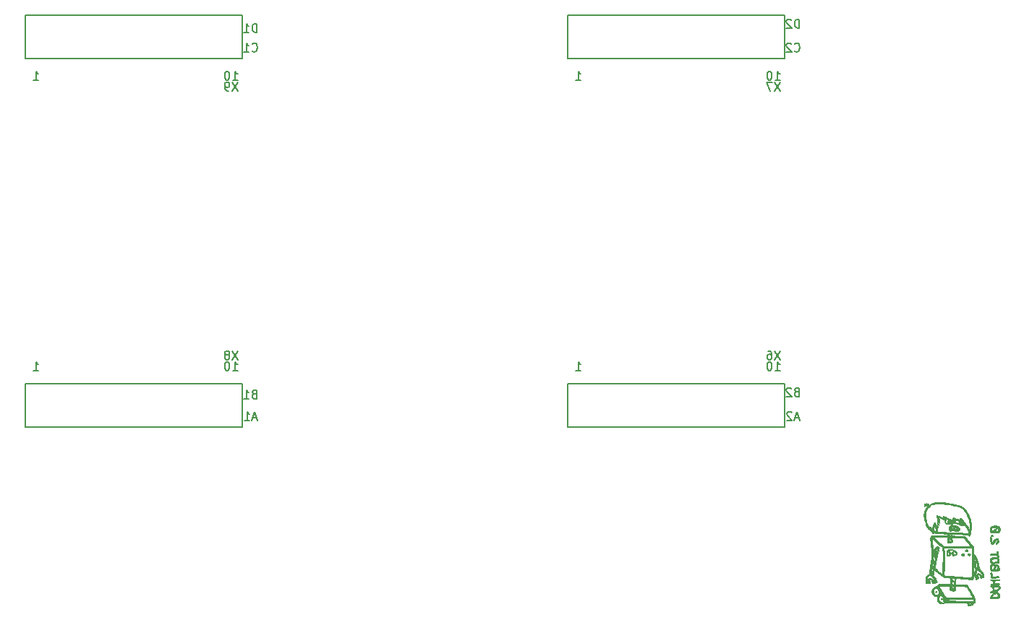
<source format=gbr>
G04 #@! TF.GenerationSoftware,KiCad,Pcbnew,(5.0.2)-1*
G04 #@! TF.CreationDate,2019-03-03T18:11:37-06:00*
G04 #@! TF.ProjectId,ArmMotorController_Hardware,41726d4d-6f74-46f7-9243-6f6e74726f6c,rev?*
G04 #@! TF.SameCoordinates,Original*
G04 #@! TF.FileFunction,Legend,Bot*
G04 #@! TF.FilePolarity,Positive*
%FSLAX46Y46*%
G04 Gerber Fmt 4.6, Leading zero omitted, Abs format (unit mm)*
G04 Created by KiCad (PCBNEW (5.0.2)-1) date 3/3/2019 6:11:37 PM*
%MOMM*%
%LPD*%
G01*
G04 APERTURE LIST*
%ADD10C,0.150000*%
%ADD11C,0.010000*%
G04 APERTURE END LIST*
D10*
G04 #@! TO.C,U3*
X102870000Y-90170000D02*
X102870000Y-95250000D01*
X128270000Y-90170000D02*
X102870000Y-90170000D01*
X128270000Y-95250000D02*
X128270000Y-90170000D01*
X102870000Y-138430000D02*
X128270000Y-138430000D01*
X102870000Y-133350000D02*
X102870000Y-138430000D01*
X128270000Y-138430000D02*
X128270000Y-133350000D01*
X102870000Y-95250000D02*
X128270000Y-95250000D01*
X128270000Y-133350000D02*
X102870000Y-133350000D01*
X39370000Y-95250000D02*
X64770000Y-95250000D01*
X39370000Y-90170000D02*
X39370000Y-95250000D01*
X64770000Y-90170000D02*
X39370000Y-90170000D01*
X64770000Y-95250000D02*
X64770000Y-90170000D01*
X39370000Y-138430000D02*
X64770000Y-138430000D01*
X39370000Y-133350000D02*
X39370000Y-138430000D01*
X64770000Y-133350000D02*
X39370000Y-133350000D01*
X64770000Y-138430000D02*
X64770000Y-133350000D01*
D11*
G04 #@! TO.C,G\002A\002A\002A*
G36*
X147519537Y-149503521D02*
X147518120Y-149512867D01*
X147544486Y-149552577D01*
X147554527Y-149557176D01*
X147585407Y-149540828D01*
X147590933Y-149512867D01*
X147573749Y-149470717D01*
X147554527Y-149468558D01*
X147519537Y-149503521D01*
X147519537Y-149503521D01*
G37*
X147519537Y-149503521D02*
X147518120Y-149512867D01*
X147544486Y-149552577D01*
X147554527Y-149557176D01*
X147585407Y-149540828D01*
X147590933Y-149512867D01*
X147573749Y-149470717D01*
X147554527Y-149468558D01*
X147519537Y-149503521D01*
G36*
X147803577Y-149880106D02*
X147712491Y-149918018D01*
X147665658Y-149952448D01*
X147557079Y-150080838D01*
X147503410Y-150228350D01*
X147507019Y-150379898D01*
X147570275Y-150520395D01*
X147575405Y-150527334D01*
X147612850Y-150566264D01*
X147659325Y-150577179D01*
X147738388Y-150563034D01*
X147778023Y-150552734D01*
X147911790Y-150521887D01*
X148011597Y-150516453D01*
X148106975Y-150538243D01*
X148205301Y-150578923D01*
X148368115Y-150635876D01*
X148500001Y-150640373D01*
X148614007Y-150591474D01*
X148669644Y-150545506D01*
X148752519Y-150434302D01*
X148757971Y-150397848D01*
X148601065Y-150397848D01*
X148582734Y-150447643D01*
X148548578Y-150465073D01*
X148539439Y-150461281D01*
X148510784Y-150413375D01*
X148505333Y-150374468D01*
X148523693Y-150317885D01*
X148564410Y-150315665D01*
X148591002Y-150344222D01*
X148601065Y-150397848D01*
X148757971Y-150397848D01*
X148768926Y-150324605D01*
X148720129Y-150218197D01*
X148697761Y-150198090D01*
X148372682Y-150198090D01*
X148372485Y-150259918D01*
X148362855Y-150301263D01*
X148336327Y-150374241D01*
X148303767Y-150391586D01*
X148278633Y-150381595D01*
X148268449Y-150368000D01*
X147759513Y-150368000D01*
X147745966Y-150408184D01*
X147711847Y-150395977D01*
X147670591Y-150337564D01*
X147664103Y-150324073D01*
X147635027Y-150246010D01*
X147625553Y-150197073D01*
X147641005Y-150189817D01*
X147676497Y-150222424D01*
X147717582Y-150276461D01*
X147749815Y-150333494D01*
X147759513Y-150368000D01*
X148268449Y-150368000D01*
X148237706Y-150326963D01*
X148220593Y-150245130D01*
X148226857Y-150181733D01*
X148024778Y-150181733D01*
X148019932Y-150275135D01*
X147990275Y-150308808D01*
X147943700Y-150282339D01*
X147888098Y-150195314D01*
X147885072Y-150189051D01*
X147843293Y-150097143D01*
X147834735Y-150051961D01*
X147862916Y-150039361D01*
X147921133Y-150044017D01*
X147984010Y-150060599D01*
X148013635Y-150105076D01*
X148024778Y-150181733D01*
X148226857Y-150181733D01*
X148228323Y-150166907D01*
X148266348Y-150144938D01*
X148338681Y-150167180D01*
X148372682Y-150198090D01*
X148697761Y-150198090D01*
X148607390Y-150116858D01*
X148431974Y-150022370D01*
X148249639Y-149953650D01*
X148058746Y-149897894D01*
X147914527Y-149873388D01*
X147803577Y-149880106D01*
X147803577Y-149880106D01*
G37*
X147803577Y-149880106D02*
X147712491Y-149918018D01*
X147665658Y-149952448D01*
X147557079Y-150080838D01*
X147503410Y-150228350D01*
X147507019Y-150379898D01*
X147570275Y-150520395D01*
X147575405Y-150527334D01*
X147612850Y-150566264D01*
X147659325Y-150577179D01*
X147738388Y-150563034D01*
X147778023Y-150552734D01*
X147911790Y-150521887D01*
X148011597Y-150516453D01*
X148106975Y-150538243D01*
X148205301Y-150578923D01*
X148368115Y-150635876D01*
X148500001Y-150640373D01*
X148614007Y-150591474D01*
X148669644Y-150545506D01*
X148752519Y-150434302D01*
X148757971Y-150397848D01*
X148601065Y-150397848D01*
X148582734Y-150447643D01*
X148548578Y-150465073D01*
X148539439Y-150461281D01*
X148510784Y-150413375D01*
X148505333Y-150374468D01*
X148523693Y-150317885D01*
X148564410Y-150315665D01*
X148591002Y-150344222D01*
X148601065Y-150397848D01*
X148757971Y-150397848D01*
X148768926Y-150324605D01*
X148720129Y-150218197D01*
X148697761Y-150198090D01*
X148372682Y-150198090D01*
X148372485Y-150259918D01*
X148362855Y-150301263D01*
X148336327Y-150374241D01*
X148303767Y-150391586D01*
X148278633Y-150381595D01*
X148268449Y-150368000D01*
X147759513Y-150368000D01*
X147745966Y-150408184D01*
X147711847Y-150395977D01*
X147670591Y-150337564D01*
X147664103Y-150324073D01*
X147635027Y-150246010D01*
X147625553Y-150197073D01*
X147641005Y-150189817D01*
X147676497Y-150222424D01*
X147717582Y-150276461D01*
X147749815Y-150333494D01*
X147759513Y-150368000D01*
X148268449Y-150368000D01*
X148237706Y-150326963D01*
X148220593Y-150245130D01*
X148226857Y-150181733D01*
X148024778Y-150181733D01*
X148019932Y-150275135D01*
X147990275Y-150308808D01*
X147943700Y-150282339D01*
X147888098Y-150195314D01*
X147885072Y-150189051D01*
X147843293Y-150097143D01*
X147834735Y-150051961D01*
X147862916Y-150039361D01*
X147921133Y-150044017D01*
X147984010Y-150060599D01*
X148013635Y-150105076D01*
X148024778Y-150181733D01*
X148226857Y-150181733D01*
X148228323Y-150166907D01*
X148266348Y-150144938D01*
X148338681Y-150167180D01*
X148372682Y-150198090D01*
X148697761Y-150198090D01*
X148607390Y-150116858D01*
X148431974Y-150022370D01*
X148249639Y-149953650D01*
X148058746Y-149897894D01*
X147914527Y-149873388D01*
X147803577Y-149880106D01*
G36*
X149455332Y-152779268D02*
X149397419Y-152851425D01*
X149399444Y-152904566D01*
X149464019Y-152954732D01*
X149485785Y-152966397D01*
X149596353Y-153010702D01*
X149671316Y-153005446D01*
X149723018Y-152948907D01*
X149731265Y-152932149D01*
X149738798Y-152906873D01*
X149619499Y-152906873D01*
X149585564Y-152899767D01*
X149579139Y-152897356D01*
X149537668Y-152870527D01*
X149537370Y-152855274D01*
X149573196Y-152859073D01*
X149598098Y-152878398D01*
X149619499Y-152906873D01*
X149738798Y-152906873D01*
X149753022Y-152859154D01*
X149730730Y-152809055D01*
X149722073Y-152800317D01*
X149620717Y-152737127D01*
X149522226Y-152736672D01*
X149455332Y-152779268D01*
X149455332Y-152779268D01*
G37*
X149455332Y-152779268D02*
X149397419Y-152851425D01*
X149399444Y-152904566D01*
X149464019Y-152954732D01*
X149485785Y-152966397D01*
X149596353Y-153010702D01*
X149671316Y-153005446D01*
X149723018Y-152948907D01*
X149731265Y-152932149D01*
X149738798Y-152906873D01*
X149619499Y-152906873D01*
X149585564Y-152899767D01*
X149579139Y-152897356D01*
X149537668Y-152870527D01*
X149537370Y-152855274D01*
X149573196Y-152859073D01*
X149598098Y-152878398D01*
X149619499Y-152906873D01*
X149738798Y-152906873D01*
X149753022Y-152859154D01*
X149730730Y-152809055D01*
X149722073Y-152800317D01*
X149620717Y-152737127D01*
X149522226Y-152736672D01*
X149455332Y-152779268D01*
G36*
X147536241Y-152709643D02*
X147429126Y-152754265D01*
X147354857Y-152840479D01*
X147304795Y-152977423D01*
X147276374Y-153129636D01*
X147258516Y-153290502D01*
X147264227Y-153396087D01*
X147299504Y-153456522D01*
X147370344Y-153481940D01*
X147482744Y-153482473D01*
X147485114Y-153482322D01*
X147581175Y-153472739D01*
X147629760Y-153450498D01*
X147651093Y-153400830D01*
X147658667Y-153355586D01*
X147688099Y-153263626D01*
X147694051Y-153258891D01*
X147557067Y-153258891D01*
X147539935Y-153339791D01*
X147479998Y-153379185D01*
X147413133Y-153387926D01*
X147379351Y-153379266D01*
X147361292Y-153339557D01*
X147354469Y-153254043D01*
X147353867Y-153193045D01*
X147357391Y-153082872D01*
X147366509Y-153002023D01*
X147375990Y-152973366D01*
X147409181Y-152979121D01*
X147455713Y-153029107D01*
X147503756Y-153104671D01*
X147541482Y-153187161D01*
X147557062Y-153257925D01*
X147557067Y-153258891D01*
X147694051Y-153258891D01*
X147732858Y-153228021D01*
X147809793Y-153239275D01*
X147890728Y-153285919D01*
X147949504Y-153349296D01*
X147963467Y-153392496D01*
X147970900Y-153443071D01*
X148001873Y-153465063D01*
X148069398Y-153460358D01*
X148186485Y-153430841D01*
X148200533Y-153426851D01*
X148336398Y-153385479D01*
X148417883Y-153349664D01*
X148456419Y-153308927D01*
X148463432Y-153252789D01*
X148457126Y-153209750D01*
X148346028Y-153209750D01*
X148343446Y-153260506D01*
X148328994Y-153269886D01*
X148256517Y-153293262D01*
X148234400Y-153300577D01*
X148123307Y-153318123D01*
X148049837Y-153282114D01*
X148030989Y-153254740D01*
X148013640Y-153186682D01*
X148036126Y-153100721D01*
X148050590Y-153068473D01*
X148096948Y-152982871D01*
X148136341Y-152956768D01*
X148185358Y-152986157D01*
X148224264Y-153026534D01*
X148304791Y-153128252D01*
X148346028Y-153209750D01*
X148457126Y-153209750D01*
X148454776Y-153193718D01*
X148410376Y-153052270D01*
X148328908Y-152948821D01*
X148230816Y-152880522D01*
X148030142Y-152880522D01*
X147959592Y-153000094D01*
X147883448Y-153093640D01*
X147803183Y-153120649D01*
X147716655Y-153080990D01*
X147625628Y-152979969D01*
X147571613Y-152894213D01*
X147544516Y-152828198D01*
X147545163Y-152806729D01*
X147590417Y-152789391D01*
X147679021Y-152788923D01*
X147789285Y-152803272D01*
X147899522Y-152830386D01*
X147937538Y-152843863D01*
X148030142Y-152880522D01*
X148230816Y-152880522D01*
X148229611Y-152879683D01*
X148065287Y-152790021D01*
X147933725Y-152734459D01*
X147813877Y-152705957D01*
X147684836Y-152697477D01*
X147536241Y-152709643D01*
X147536241Y-152709643D01*
G37*
X147536241Y-152709643D02*
X147429126Y-152754265D01*
X147354857Y-152840479D01*
X147304795Y-152977423D01*
X147276374Y-153129636D01*
X147258516Y-153290502D01*
X147264227Y-153396087D01*
X147299504Y-153456522D01*
X147370344Y-153481940D01*
X147482744Y-153482473D01*
X147485114Y-153482322D01*
X147581175Y-153472739D01*
X147629760Y-153450498D01*
X147651093Y-153400830D01*
X147658667Y-153355586D01*
X147688099Y-153263626D01*
X147694051Y-153258891D01*
X147557067Y-153258891D01*
X147539935Y-153339791D01*
X147479998Y-153379185D01*
X147413133Y-153387926D01*
X147379351Y-153379266D01*
X147361292Y-153339557D01*
X147354469Y-153254043D01*
X147353867Y-153193045D01*
X147357391Y-153082872D01*
X147366509Y-153002023D01*
X147375990Y-152973366D01*
X147409181Y-152979121D01*
X147455713Y-153029107D01*
X147503756Y-153104671D01*
X147541482Y-153187161D01*
X147557062Y-153257925D01*
X147557067Y-153258891D01*
X147694051Y-153258891D01*
X147732858Y-153228021D01*
X147809793Y-153239275D01*
X147890728Y-153285919D01*
X147949504Y-153349296D01*
X147963467Y-153392496D01*
X147970900Y-153443071D01*
X148001873Y-153465063D01*
X148069398Y-153460358D01*
X148186485Y-153430841D01*
X148200533Y-153426851D01*
X148336398Y-153385479D01*
X148417883Y-153349664D01*
X148456419Y-153308927D01*
X148463432Y-153252789D01*
X148457126Y-153209750D01*
X148346028Y-153209750D01*
X148343446Y-153260506D01*
X148328994Y-153269886D01*
X148256517Y-153293262D01*
X148234400Y-153300577D01*
X148123307Y-153318123D01*
X148049837Y-153282114D01*
X148030989Y-153254740D01*
X148013640Y-153186682D01*
X148036126Y-153100721D01*
X148050590Y-153068473D01*
X148096948Y-152982871D01*
X148136341Y-152956768D01*
X148185358Y-152986157D01*
X148224264Y-153026534D01*
X148304791Y-153128252D01*
X148346028Y-153209750D01*
X148457126Y-153209750D01*
X148454776Y-153193718D01*
X148410376Y-153052270D01*
X148328908Y-152948821D01*
X148230816Y-152880522D01*
X148030142Y-152880522D01*
X147959592Y-153000094D01*
X147883448Y-153093640D01*
X147803183Y-153120649D01*
X147716655Y-153080990D01*
X147625628Y-152979969D01*
X147571613Y-152894213D01*
X147544516Y-152828198D01*
X147545163Y-152806729D01*
X147590417Y-152789391D01*
X147679021Y-152788923D01*
X147789285Y-152803272D01*
X147899522Y-152830386D01*
X147937538Y-152843863D01*
X148030142Y-152880522D01*
X148230816Y-152880522D01*
X148229611Y-152879683D01*
X148065287Y-152790021D01*
X147933725Y-152734459D01*
X147813877Y-152705957D01*
X147684836Y-152697477D01*
X147536241Y-152709643D01*
G36*
X149734970Y-153236199D02*
X149696280Y-153295176D01*
X149703279Y-153368018D01*
X149765935Y-153439480D01*
X149869228Y-153487199D01*
X149951419Y-153473453D01*
X149996883Y-153421820D01*
X150006279Y-153383670D01*
X149910011Y-153383670D01*
X149870366Y-153377640D01*
X149811194Y-153338723D01*
X149766092Y-153301558D01*
X149776836Y-153289912D01*
X149816037Y-153289000D01*
X149881920Y-153310545D01*
X149906114Y-153339800D01*
X149910011Y-153383670D01*
X150006279Y-153383670D01*
X150019602Y-153329576D01*
X149977971Y-153258364D01*
X149909450Y-153220754D01*
X149809358Y-153206315D01*
X149734970Y-153236199D01*
X149734970Y-153236199D01*
G37*
X149734970Y-153236199D02*
X149696280Y-153295176D01*
X149703279Y-153368018D01*
X149765935Y-153439480D01*
X149869228Y-153487199D01*
X149951419Y-153473453D01*
X149996883Y-153421820D01*
X150006279Y-153383670D01*
X149910011Y-153383670D01*
X149870366Y-153377640D01*
X149811194Y-153338723D01*
X149766092Y-153301558D01*
X149776836Y-153289912D01*
X149816037Y-153289000D01*
X149881920Y-153310545D01*
X149906114Y-153339800D01*
X149910011Y-153383670D01*
X150006279Y-153383670D01*
X150019602Y-153329576D01*
X149977971Y-153258364D01*
X149909450Y-153220754D01*
X149809358Y-153206315D01*
X149734970Y-153236199D01*
G36*
X149045449Y-153212090D02*
X148988627Y-153281604D01*
X148979985Y-153338107D01*
X148999844Y-153431440D01*
X149066232Y-153486258D01*
X149121382Y-153504058D01*
X149201869Y-153507031D01*
X149260341Y-153457870D01*
X149265316Y-153450937D01*
X149312597Y-153345069D01*
X149312203Y-153342082D01*
X149216533Y-153342082D01*
X149193983Y-153383827D01*
X149141803Y-153383719D01*
X149083202Y-153342288D01*
X149080387Y-153338982D01*
X149053537Y-153288568D01*
X149056755Y-153268156D01*
X149105259Y-153259414D01*
X149168071Y-153283363D01*
X149211832Y-153324570D01*
X149216533Y-153342082D01*
X149312203Y-153342082D01*
X149301156Y-153258539D01*
X149235962Y-153202589D01*
X149148800Y-153187400D01*
X149045449Y-153212090D01*
X149045449Y-153212090D01*
G37*
X149045449Y-153212090D02*
X148988627Y-153281604D01*
X148979985Y-153338107D01*
X148999844Y-153431440D01*
X149066232Y-153486258D01*
X149121382Y-153504058D01*
X149201869Y-153507031D01*
X149260341Y-153457870D01*
X149265316Y-153450937D01*
X149312597Y-153345069D01*
X149312203Y-153342082D01*
X149216533Y-153342082D01*
X149193983Y-153383827D01*
X149141803Y-153383719D01*
X149083202Y-153342288D01*
X149080387Y-153338982D01*
X149053537Y-153288568D01*
X149056755Y-153268156D01*
X149105259Y-153259414D01*
X149168071Y-153283363D01*
X149211832Y-153324570D01*
X149216533Y-153342082D01*
X149312203Y-153342082D01*
X149301156Y-153258539D01*
X149235962Y-153202589D01*
X149148800Y-153187400D01*
X149045449Y-153212090D01*
G36*
X145988762Y-157617658D02*
X145945423Y-157680306D01*
X145943548Y-157742036D01*
X145982606Y-157789472D01*
X146038882Y-157771609D01*
X146060160Y-157752627D01*
X146094548Y-157691581D01*
X146096405Y-157628836D01*
X146066752Y-157591996D01*
X146054147Y-157590067D01*
X145988762Y-157617658D01*
X145988762Y-157617658D01*
G37*
X145988762Y-157617658D02*
X145945423Y-157680306D01*
X145943548Y-157742036D01*
X145982606Y-157789472D01*
X146038882Y-157771609D01*
X146060160Y-157752627D01*
X146094548Y-157691581D01*
X146096405Y-157628836D01*
X146066752Y-157591996D01*
X146054147Y-157590067D01*
X145988762Y-157617658D01*
G36*
X146677968Y-158453211D02*
X146620629Y-158496378D01*
X146615292Y-158547056D01*
X146643794Y-158616054D01*
X146695912Y-158623068D01*
X146761178Y-158572224D01*
X146797764Y-158502822D01*
X146777248Y-158455774D01*
X146709814Y-158445645D01*
X146677968Y-158453211D01*
X146677968Y-158453211D01*
G37*
X146677968Y-158453211D02*
X146620629Y-158496378D01*
X146615292Y-158547056D01*
X146643794Y-158616054D01*
X146695912Y-158623068D01*
X146761178Y-158572224D01*
X146797764Y-158502822D01*
X146777248Y-158455774D01*
X146709814Y-158445645D01*
X146677968Y-158453211D01*
G36*
X152836878Y-149969229D02*
X152689035Y-149984805D01*
X152574263Y-150010873D01*
X152555277Y-150018074D01*
X152432729Y-150085558D01*
X152362994Y-150170139D01*
X152337109Y-150288043D01*
X152340917Y-150406277D01*
X152358935Y-150534401D01*
X152385822Y-150649536D01*
X152405287Y-150703158D01*
X152431731Y-150751304D01*
X152465110Y-150780392D01*
X152521733Y-150795654D01*
X152617909Y-150802319D01*
X152722084Y-150804755D01*
X152890017Y-150801859D01*
X153067627Y-150789478D01*
X153212800Y-150770847D01*
X153331270Y-150748109D01*
X153401358Y-150724244D01*
X153441492Y-150686960D01*
X153470098Y-150623971D01*
X153481456Y-150591670D01*
X153507386Y-150450411D01*
X153501498Y-150340831D01*
X153309631Y-150340831D01*
X153307931Y-150398379D01*
X153298844Y-150497388D01*
X153276323Y-150550781D01*
X153222808Y-150580549D01*
X153145067Y-150602341D01*
X152996693Y-150637713D01*
X152910145Y-150647957D01*
X152883091Y-150629661D01*
X152913199Y-150579413D01*
X152998137Y-150493798D01*
X153042781Y-150452667D01*
X153143744Y-150362594D01*
X153227079Y-150291511D01*
X153279184Y-150250903D01*
X153287617Y-150245979D01*
X153303346Y-150268960D01*
X153309631Y-150340831D01*
X153501498Y-150340831D01*
X153499221Y-150298471D01*
X153461542Y-150157529D01*
X153453667Y-150143910D01*
X153085684Y-150143910D01*
X152988375Y-150247550D01*
X152906771Y-150327050D01*
X152799361Y-150422350D01*
X152723258Y-150485445D01*
X152631277Y-150556484D01*
X152577242Y-150588272D01*
X152547808Y-150585799D01*
X152530905Y-150557350D01*
X152512378Y-150478534D01*
X152503980Y-150387353D01*
X152522189Y-150289514D01*
X152570805Y-150207628D01*
X152631019Y-150168825D01*
X152674501Y-150165023D01*
X152765083Y-150159515D01*
X152869842Y-150154146D01*
X153085684Y-150143910D01*
X153453667Y-150143910D01*
X153398933Y-150049262D01*
X153359350Y-150013920D01*
X153279029Y-149986492D01*
X153151856Y-149969969D01*
X152997812Y-149964250D01*
X152836878Y-149969229D01*
X152836878Y-149969229D01*
G37*
X152836878Y-149969229D02*
X152689035Y-149984805D01*
X152574263Y-150010873D01*
X152555277Y-150018074D01*
X152432729Y-150085558D01*
X152362994Y-150170139D01*
X152337109Y-150288043D01*
X152340917Y-150406277D01*
X152358935Y-150534401D01*
X152385822Y-150649536D01*
X152405287Y-150703158D01*
X152431731Y-150751304D01*
X152465110Y-150780392D01*
X152521733Y-150795654D01*
X152617909Y-150802319D01*
X152722084Y-150804755D01*
X152890017Y-150801859D01*
X153067627Y-150789478D01*
X153212800Y-150770847D01*
X153331270Y-150748109D01*
X153401358Y-150724244D01*
X153441492Y-150686960D01*
X153470098Y-150623971D01*
X153481456Y-150591670D01*
X153507386Y-150450411D01*
X153501498Y-150340831D01*
X153309631Y-150340831D01*
X153307931Y-150398379D01*
X153298844Y-150497388D01*
X153276323Y-150550781D01*
X153222808Y-150580549D01*
X153145067Y-150602341D01*
X152996693Y-150637713D01*
X152910145Y-150647957D01*
X152883091Y-150629661D01*
X152913199Y-150579413D01*
X152998137Y-150493798D01*
X153042781Y-150452667D01*
X153143744Y-150362594D01*
X153227079Y-150291511D01*
X153279184Y-150250903D01*
X153287617Y-150245979D01*
X153303346Y-150268960D01*
X153309631Y-150340831D01*
X153501498Y-150340831D01*
X153499221Y-150298471D01*
X153461542Y-150157529D01*
X153453667Y-150143910D01*
X153085684Y-150143910D01*
X152988375Y-150247550D01*
X152906771Y-150327050D01*
X152799361Y-150422350D01*
X152723258Y-150485445D01*
X152631277Y-150556484D01*
X152577242Y-150588272D01*
X152547808Y-150585799D01*
X152530905Y-150557350D01*
X152512378Y-150478534D01*
X152503980Y-150387353D01*
X152522189Y-150289514D01*
X152570805Y-150207628D01*
X152631019Y-150168825D01*
X152674501Y-150165023D01*
X152765083Y-150159515D01*
X152869842Y-150154146D01*
X153085684Y-150143910D01*
X153453667Y-150143910D01*
X153398933Y-150049262D01*
X153359350Y-150013920D01*
X153279029Y-149986492D01*
X153151856Y-149969969D01*
X152997812Y-149964250D01*
X152836878Y-149969229D01*
G36*
X152479030Y-151010017D02*
X152445150Y-151073015D01*
X152452314Y-151160171D01*
X152496981Y-151208625D01*
X152568431Y-151222463D01*
X152635088Y-151200536D01*
X152660453Y-151167730D01*
X152660116Y-151087195D01*
X152609657Y-151019989D01*
X152544785Y-150992743D01*
X152479030Y-151010017D01*
X152479030Y-151010017D01*
G37*
X152479030Y-151010017D02*
X152445150Y-151073015D01*
X152452314Y-151160171D01*
X152496981Y-151208625D01*
X152568431Y-151222463D01*
X152635088Y-151200536D01*
X152660453Y-151167730D01*
X152660116Y-151087195D01*
X152609657Y-151019989D01*
X152544785Y-150992743D01*
X152479030Y-151010017D01*
G36*
X152383174Y-151312445D02*
X152353406Y-151344394D01*
X152346372Y-151417824D01*
X152352083Y-151488806D01*
X152381548Y-151713308D01*
X152414629Y-151898066D01*
X152449416Y-152034391D01*
X152484002Y-152113593D01*
X152491250Y-152122345D01*
X152539685Y-152161291D01*
X152588236Y-152161917D01*
X152654000Y-152133409D01*
X152708353Y-152086666D01*
X152776462Y-152001753D01*
X152822393Y-151931626D01*
X152921431Y-151784183D01*
X153016495Y-151676033D01*
X153099601Y-151614852D01*
X153159978Y-151607138D01*
X153206569Y-151654879D01*
X153198967Y-151739215D01*
X153137724Y-151856854D01*
X153111821Y-151894235D01*
X153052771Y-151991814D01*
X153029090Y-152067258D01*
X153031465Y-152087373D01*
X153074666Y-152130597D01*
X153142144Y-152120582D01*
X153222866Y-152061895D01*
X153291913Y-151979640D01*
X153352907Y-151880544D01*
X153375180Y-151801329D01*
X153368637Y-151720609D01*
X153319943Y-151579270D01*
X153239963Y-151478162D01*
X153139200Y-151429124D01*
X153107550Y-151426334D01*
X153002766Y-151443271D01*
X152905535Y-151499857D01*
X152804370Y-151604757D01*
X152720395Y-151718328D01*
X152646808Y-151817046D01*
X152595960Y-151860552D01*
X152563717Y-151845935D01*
X152545948Y-151770279D01*
X152538521Y-151630673D01*
X152537847Y-151589619D01*
X152522905Y-151444279D01*
X152484709Y-151347848D01*
X152426981Y-151306996D01*
X152383174Y-151312445D01*
X152383174Y-151312445D01*
G37*
X152383174Y-151312445D02*
X152353406Y-151344394D01*
X152346372Y-151417824D01*
X152352083Y-151488806D01*
X152381548Y-151713308D01*
X152414629Y-151898066D01*
X152449416Y-152034391D01*
X152484002Y-152113593D01*
X152491250Y-152122345D01*
X152539685Y-152161291D01*
X152588236Y-152161917D01*
X152654000Y-152133409D01*
X152708353Y-152086666D01*
X152776462Y-152001753D01*
X152822393Y-151931626D01*
X152921431Y-151784183D01*
X153016495Y-151676033D01*
X153099601Y-151614852D01*
X153159978Y-151607138D01*
X153206569Y-151654879D01*
X153198967Y-151739215D01*
X153137724Y-151856854D01*
X153111821Y-151894235D01*
X153052771Y-151991814D01*
X153029090Y-152067258D01*
X153031465Y-152087373D01*
X153074666Y-152130597D01*
X153142144Y-152120582D01*
X153222866Y-152061895D01*
X153291913Y-151979640D01*
X153352907Y-151880544D01*
X153375180Y-151801329D01*
X153368637Y-151720609D01*
X153319943Y-151579270D01*
X153239963Y-151478162D01*
X153139200Y-151429124D01*
X153107550Y-151426334D01*
X153002766Y-151443271D01*
X152905535Y-151499857D01*
X152804370Y-151604757D01*
X152720395Y-151718328D01*
X152646808Y-151817046D01*
X152595960Y-151860552D01*
X152563717Y-151845935D01*
X152545948Y-151770279D01*
X152538521Y-151630673D01*
X152537847Y-151589619D01*
X152522905Y-151444279D01*
X152484709Y-151347848D01*
X152426981Y-151306996D01*
X152383174Y-151312445D01*
G36*
X153158097Y-152964078D02*
X153120782Y-152998794D01*
X153117198Y-153072392D01*
X153120919Y-153098705D01*
X153139306Y-153212010D01*
X152913586Y-153233331D01*
X152764895Y-153244933D01*
X152615023Y-153252777D01*
X152524644Y-153254893D01*
X152426962Y-153257929D01*
X152380723Y-153272081D01*
X152369705Y-153305488D01*
X152372244Y-153331334D01*
X152379714Y-153364259D01*
X152398931Y-153385697D01*
X152441882Y-153397745D01*
X152520553Y-153402501D01*
X152646931Y-153402064D01*
X152764066Y-153399914D01*
X152930176Y-153397572D01*
X153039984Y-153399480D01*
X153104867Y-153407153D01*
X153136200Y-153422105D01*
X153145360Y-153445851D01*
X153145529Y-153450714D01*
X153154745Y-153532939D01*
X153164904Y-153579566D01*
X153169084Y-153610085D01*
X153155230Y-153632262D01*
X153112586Y-153649390D01*
X153030392Y-153664761D01*
X152897889Y-153681668D01*
X152792130Y-153693656D01*
X152400444Y-153737312D01*
X152366425Y-153863651D01*
X152351332Y-153985428D01*
X152359281Y-154125427D01*
X152386513Y-154256115D01*
X152429267Y-154349959D01*
X152433575Y-154355449D01*
X152500773Y-154389226D01*
X152622074Y-154401931D01*
X152787109Y-154393247D01*
X152941867Y-154371005D01*
X153075999Y-154352740D01*
X153213487Y-154342117D01*
X153238200Y-154341377D01*
X153382133Y-154338867D01*
X153381925Y-154127200D01*
X153376452Y-154041888D01*
X153212281Y-154041888D01*
X153211530Y-154098238D01*
X153202414Y-154139295D01*
X153175436Y-154168112D01*
X153121103Y-154187738D01*
X153029918Y-154201223D01*
X152892388Y-154211619D01*
X152699016Y-154221974D01*
X152642878Y-154224811D01*
X152563231Y-154199175D01*
X152528513Y-154150864D01*
X152507072Y-154047385D01*
X152530198Y-153954344D01*
X152590789Y-153894350D01*
X152611372Y-153887062D01*
X152683854Y-153873908D01*
X152798128Y-153858222D01*
X152919831Y-153844428D01*
X153060198Y-153834765D01*
X153146820Y-153846435D01*
X153192484Y-153888072D01*
X153209974Y-153968309D01*
X153212281Y-154041888D01*
X153376452Y-154041888D01*
X153372854Y-153985813D01*
X153349143Y-153865799D01*
X153330765Y-153817836D01*
X153302926Y-153739695D01*
X153305210Y-153684097D01*
X153306310Y-153682370D01*
X153324715Y-153621314D01*
X153326875Y-153559933D01*
X153322587Y-153482312D01*
X153317309Y-153364183D01*
X153312762Y-153246739D01*
X153297842Y-153089003D01*
X153265276Y-152993324D01*
X153212948Y-152955830D01*
X153158097Y-152964078D01*
X153158097Y-152964078D01*
G37*
X153158097Y-152964078D02*
X153120782Y-152998794D01*
X153117198Y-153072392D01*
X153120919Y-153098705D01*
X153139306Y-153212010D01*
X152913586Y-153233331D01*
X152764895Y-153244933D01*
X152615023Y-153252777D01*
X152524644Y-153254893D01*
X152426962Y-153257929D01*
X152380723Y-153272081D01*
X152369705Y-153305488D01*
X152372244Y-153331334D01*
X152379714Y-153364259D01*
X152398931Y-153385697D01*
X152441882Y-153397745D01*
X152520553Y-153402501D01*
X152646931Y-153402064D01*
X152764066Y-153399914D01*
X152930176Y-153397572D01*
X153039984Y-153399480D01*
X153104867Y-153407153D01*
X153136200Y-153422105D01*
X153145360Y-153445851D01*
X153145529Y-153450714D01*
X153154745Y-153532939D01*
X153164904Y-153579566D01*
X153169084Y-153610085D01*
X153155230Y-153632262D01*
X153112586Y-153649390D01*
X153030392Y-153664761D01*
X152897889Y-153681668D01*
X152792130Y-153693656D01*
X152400444Y-153737312D01*
X152366425Y-153863651D01*
X152351332Y-153985428D01*
X152359281Y-154125427D01*
X152386513Y-154256115D01*
X152429267Y-154349959D01*
X152433575Y-154355449D01*
X152500773Y-154389226D01*
X152622074Y-154401931D01*
X152787109Y-154393247D01*
X152941867Y-154371005D01*
X153075999Y-154352740D01*
X153213487Y-154342117D01*
X153238200Y-154341377D01*
X153382133Y-154338867D01*
X153381925Y-154127200D01*
X153376452Y-154041888D01*
X153212281Y-154041888D01*
X153211530Y-154098238D01*
X153202414Y-154139295D01*
X153175436Y-154168112D01*
X153121103Y-154187738D01*
X153029918Y-154201223D01*
X152892388Y-154211619D01*
X152699016Y-154221974D01*
X152642878Y-154224811D01*
X152563231Y-154199175D01*
X152528513Y-154150864D01*
X152507072Y-154047385D01*
X152530198Y-153954344D01*
X152590789Y-153894350D01*
X152611372Y-153887062D01*
X152683854Y-153873908D01*
X152798128Y-153858222D01*
X152919831Y-153844428D01*
X153060198Y-153834765D01*
X153146820Y-153846435D01*
X153192484Y-153888072D01*
X153209974Y-153968309D01*
X153212281Y-154041888D01*
X153376452Y-154041888D01*
X153372854Y-153985813D01*
X153349143Y-153865799D01*
X153330765Y-153817836D01*
X153302926Y-153739695D01*
X153305210Y-153684097D01*
X153306310Y-153682370D01*
X153324715Y-153621314D01*
X153326875Y-153559933D01*
X153322587Y-153482312D01*
X153317309Y-153364183D01*
X153312762Y-153246739D01*
X153297842Y-153089003D01*
X153265276Y-152993324D01*
X153212948Y-152955830D01*
X153158097Y-152964078D01*
G36*
X152535377Y-154470978D02*
X152439447Y-154499336D01*
X152398507Y-154526932D01*
X152379844Y-154583947D01*
X152368215Y-154687905D01*
X152363596Y-154818387D01*
X152365961Y-154954972D01*
X152375288Y-155077240D01*
X152391550Y-155164770D01*
X152399297Y-155184220D01*
X152439527Y-155228651D01*
X152509663Y-155244911D01*
X152578581Y-155244033D01*
X152674773Y-155239764D01*
X152815865Y-155234605D01*
X152979042Y-155229359D01*
X153073404Y-155226632D01*
X153425075Y-155216930D01*
X153408609Y-155011791D01*
X153238260Y-155011791D01*
X153207960Y-155041753D01*
X153137527Y-155049761D01*
X153092732Y-155050067D01*
X152938797Y-155050067D01*
X152961723Y-154923067D01*
X152996621Y-154783840D01*
X153024458Y-154735534D01*
X152814467Y-154735534D01*
X152788347Y-154873083D01*
X152768470Y-154940000D01*
X152734517Y-155016206D01*
X152681664Y-155045953D01*
X152617507Y-155050067D01*
X152501600Y-155050067D01*
X152501600Y-154862962D01*
X152504595Y-154753859D01*
X152519033Y-154692462D01*
X152553098Y-154658822D01*
X152592513Y-154641292D01*
X152685434Y-154618647D01*
X152753380Y-154616730D01*
X152802850Y-154650911D01*
X152814467Y-154735534D01*
X153024458Y-154735534D01*
X153042321Y-154704538D01*
X153103308Y-154677647D01*
X153108371Y-154677533D01*
X153155768Y-154699120D01*
X153192557Y-154771495D01*
X153208779Y-154827997D01*
X153236007Y-154945373D01*
X153238260Y-155011791D01*
X153408609Y-155011791D01*
X153407610Y-154999353D01*
X153387249Y-154860114D01*
X153352868Y-154727332D01*
X153323220Y-154653455D01*
X153277742Y-154576049D01*
X153230502Y-154538023D01*
X153155900Y-154525066D01*
X153090614Y-154523405D01*
X152975327Y-154513875D01*
X152877254Y-154491838D01*
X152848771Y-154479900D01*
X152766333Y-154458513D01*
X152653103Y-154456455D01*
X152535377Y-154470978D01*
X152535377Y-154470978D01*
G37*
X152535377Y-154470978D02*
X152439447Y-154499336D01*
X152398507Y-154526932D01*
X152379844Y-154583947D01*
X152368215Y-154687905D01*
X152363596Y-154818387D01*
X152365961Y-154954972D01*
X152375288Y-155077240D01*
X152391550Y-155164770D01*
X152399297Y-155184220D01*
X152439527Y-155228651D01*
X152509663Y-155244911D01*
X152578581Y-155244033D01*
X152674773Y-155239764D01*
X152815865Y-155234605D01*
X152979042Y-155229359D01*
X153073404Y-155226632D01*
X153425075Y-155216930D01*
X153408609Y-155011791D01*
X153238260Y-155011791D01*
X153207960Y-155041753D01*
X153137527Y-155049761D01*
X153092732Y-155050067D01*
X152938797Y-155050067D01*
X152961723Y-154923067D01*
X152996621Y-154783840D01*
X153024458Y-154735534D01*
X152814467Y-154735534D01*
X152788347Y-154873083D01*
X152768470Y-154940000D01*
X152734517Y-155016206D01*
X152681664Y-155045953D01*
X152617507Y-155050067D01*
X152501600Y-155050067D01*
X152501600Y-154862962D01*
X152504595Y-154753859D01*
X152519033Y-154692462D01*
X152553098Y-154658822D01*
X152592513Y-154641292D01*
X152685434Y-154618647D01*
X152753380Y-154616730D01*
X152802850Y-154650911D01*
X152814467Y-154735534D01*
X153024458Y-154735534D01*
X153042321Y-154704538D01*
X153103308Y-154677647D01*
X153108371Y-154677533D01*
X153155768Y-154699120D01*
X153192557Y-154771495D01*
X153208779Y-154827997D01*
X153236007Y-154945373D01*
X153238260Y-155011791D01*
X153408609Y-155011791D01*
X153407610Y-154999353D01*
X153387249Y-154860114D01*
X153352868Y-154727332D01*
X153323220Y-154653455D01*
X153277742Y-154576049D01*
X153230502Y-154538023D01*
X153155900Y-154525066D01*
X153090614Y-154523405D01*
X152975327Y-154513875D01*
X152877254Y-154491838D01*
X152848771Y-154479900D01*
X152766333Y-154458513D01*
X152653103Y-154456455D01*
X152535377Y-154470978D01*
G36*
X152399095Y-155488054D02*
X152386453Y-155515734D01*
X152389112Y-155570909D01*
X152392461Y-155669459D01*
X152394920Y-155757515D01*
X152416394Y-155926692D01*
X152473759Y-156039958D01*
X152571585Y-156100911D01*
X152714439Y-156113148D01*
X152827195Y-156097932D01*
X152943252Y-156079899D01*
X153085736Y-156063403D01*
X153164246Y-156056534D01*
X153295983Y-156037002D01*
X153368681Y-156003732D01*
X153379404Y-155959118D01*
X153338360Y-155914617D01*
X153268765Y-155893531D01*
X153142919Y-155893413D01*
X153054300Y-155901458D01*
X152913609Y-155915227D01*
X152780174Y-155925205D01*
X152696333Y-155928861D01*
X152569333Y-155930600D01*
X152568871Y-155769734D01*
X152562149Y-155613267D01*
X152541097Y-155515630D01*
X152502762Y-155468881D01*
X152454852Y-155463157D01*
X152399095Y-155488054D01*
X152399095Y-155488054D01*
G37*
X152399095Y-155488054D02*
X152386453Y-155515734D01*
X152389112Y-155570909D01*
X152392461Y-155669459D01*
X152394920Y-155757515D01*
X152416394Y-155926692D01*
X152473759Y-156039958D01*
X152571585Y-156100911D01*
X152714439Y-156113148D01*
X152827195Y-156097932D01*
X152943252Y-156079899D01*
X153085736Y-156063403D01*
X153164246Y-156056534D01*
X153295983Y-156037002D01*
X153368681Y-156003732D01*
X153379404Y-155959118D01*
X153338360Y-155914617D01*
X153268765Y-155893531D01*
X153142919Y-155893413D01*
X153054300Y-155901458D01*
X152913609Y-155915227D01*
X152780174Y-155925205D01*
X152696333Y-155928861D01*
X152569333Y-155930600D01*
X152568871Y-155769734D01*
X152562149Y-155613267D01*
X152541097Y-155515630D01*
X152502762Y-155468881D01*
X152454852Y-155463157D01*
X152399095Y-155488054D01*
G36*
X152670257Y-156236703D02*
X152524946Y-156241075D01*
X152431198Y-156249215D01*
X152380949Y-156261820D01*
X152366133Y-156279427D01*
X152396299Y-156352028D01*
X152481855Y-156394837D01*
X152576107Y-156404734D01*
X152704800Y-156404734D01*
X152704800Y-156574067D01*
X152699399Y-156681670D01*
X152672992Y-156736416D01*
X152610269Y-156752939D01*
X152522486Y-156748366D01*
X152437401Y-156762226D01*
X152392709Y-156811977D01*
X152401903Y-156882423D01*
X152416624Y-156908275D01*
X152435520Y-156925945D01*
X152468935Y-156935745D01*
X152527214Y-156937987D01*
X152620699Y-156932983D01*
X152759735Y-156921046D01*
X152954666Y-156902488D01*
X152981466Y-156899912D01*
X153138662Y-156883055D01*
X153270497Y-156865625D01*
X153362683Y-156849735D01*
X153400516Y-156837994D01*
X153410345Y-156790113D01*
X153402460Y-156756966D01*
X153382017Y-156727998D01*
X153339005Y-156713416D01*
X153258480Y-156711159D01*
X153127343Y-156719027D01*
X152874133Y-156738177D01*
X152874133Y-156412137D01*
X153125854Y-156399425D01*
X153273179Y-156389284D01*
X153363091Y-156374223D01*
X153405908Y-156350103D01*
X153411946Y-156312783D01*
X153404313Y-156287661D01*
X153386804Y-156267116D01*
X153346043Y-156252615D01*
X153272177Y-156243184D01*
X153155351Y-156237849D01*
X152985711Y-156235639D01*
X152875196Y-156235400D01*
X152670257Y-156236703D01*
X152670257Y-156236703D01*
G37*
X152670257Y-156236703D02*
X152524946Y-156241075D01*
X152431198Y-156249215D01*
X152380949Y-156261820D01*
X152366133Y-156279427D01*
X152396299Y-156352028D01*
X152481855Y-156394837D01*
X152576107Y-156404734D01*
X152704800Y-156404734D01*
X152704800Y-156574067D01*
X152699399Y-156681670D01*
X152672992Y-156736416D01*
X152610269Y-156752939D01*
X152522486Y-156748366D01*
X152437401Y-156762226D01*
X152392709Y-156811977D01*
X152401903Y-156882423D01*
X152416624Y-156908275D01*
X152435520Y-156925945D01*
X152468935Y-156935745D01*
X152527214Y-156937987D01*
X152620699Y-156932983D01*
X152759735Y-156921046D01*
X152954666Y-156902488D01*
X152981466Y-156899912D01*
X153138662Y-156883055D01*
X153270497Y-156865625D01*
X153362683Y-156849735D01*
X153400516Y-156837994D01*
X153410345Y-156790113D01*
X153402460Y-156756966D01*
X153382017Y-156727998D01*
X153339005Y-156713416D01*
X153258480Y-156711159D01*
X153127343Y-156719027D01*
X152874133Y-156738177D01*
X152874133Y-156412137D01*
X153125854Y-156399425D01*
X153273179Y-156389284D01*
X153363091Y-156374223D01*
X153405908Y-156350103D01*
X153411946Y-156312783D01*
X153404313Y-156287661D01*
X153386804Y-156267116D01*
X153346043Y-156252615D01*
X153272177Y-156243184D01*
X153155351Y-156237849D01*
X152985711Y-156235639D01*
X152875196Y-156235400D01*
X152670257Y-156236703D01*
G36*
X152956411Y-156943264D02*
X152800644Y-156952614D01*
X152649509Y-156965565D01*
X152519463Y-156980957D01*
X152426963Y-156997629D01*
X152390423Y-157011672D01*
X152370603Y-157063570D01*
X152403410Y-157112870D01*
X152474826Y-157144873D01*
X152522157Y-157149800D01*
X152603232Y-157158527D01*
X152634677Y-157190756D01*
X152637066Y-157212807D01*
X152641566Y-157284620D01*
X152652844Y-157389025D01*
X152657917Y-157427933D01*
X152678767Y-157580053D01*
X152522450Y-157619414D01*
X152412985Y-157660125D01*
X152367678Y-157709777D01*
X152388024Y-157766197D01*
X152408466Y-157785183D01*
X152471721Y-157799779D01*
X152589003Y-157782692D01*
X152633647Y-157771799D01*
X152736722Y-157748679D01*
X152810579Y-157738883D01*
X152834025Y-157741869D01*
X152825621Y-157758117D01*
X152812142Y-157759400D01*
X152750101Y-157785706D01*
X152666173Y-157854760D01*
X152574201Y-157951767D01*
X152488029Y-158061934D01*
X152421501Y-158170465D01*
X152414895Y-158183939D01*
X152360696Y-158315250D01*
X152350222Y-158399892D01*
X152388098Y-158446504D01*
X152478948Y-158463724D01*
X152564490Y-158463408D01*
X152681746Y-158459276D01*
X152841566Y-158454017D01*
X153018807Y-158448446D01*
X153123042Y-158445294D01*
X153284193Y-158439945D01*
X153388909Y-158433530D01*
X153448466Y-158423281D01*
X153474138Y-158406429D01*
X153477204Y-158380205D01*
X153473007Y-158359353D01*
X153456848Y-158285485D01*
X153452452Y-158264425D01*
X153287513Y-158264425D01*
X153021557Y-158276031D01*
X152880681Y-158282526D01*
X152755051Y-158288927D01*
X152669305Y-158293969D01*
X152662466Y-158294451D01*
X152595005Y-158292110D01*
X152569333Y-158277962D01*
X152590844Y-158225442D01*
X152644532Y-158146624D01*
X152714132Y-158062553D01*
X152783377Y-157994272D01*
X152797042Y-157983387D01*
X152886402Y-157938294D01*
X153000613Y-157906989D01*
X153027206Y-157903160D01*
X153124930Y-157900749D01*
X153188352Y-157928387D01*
X153229593Y-157998166D01*
X153260770Y-158122179D01*
X153264084Y-158139536D01*
X153287513Y-158264425D01*
X153452452Y-158264425D01*
X153433495Y-158173614D01*
X153415398Y-158084627D01*
X153367771Y-157917310D01*
X153298496Y-157807457D01*
X153197945Y-157745874D01*
X153056490Y-157723368D01*
X153036539Y-157722860D01*
X152947447Y-157718472D01*
X152903451Y-157709906D01*
X152908000Y-157701931D01*
X153010001Y-157658735D01*
X153135520Y-157596624D01*
X153263305Y-157527159D01*
X153372102Y-157461904D01*
X153440658Y-157412420D01*
X153441400Y-157411738D01*
X153504307Y-157313519D01*
X153517600Y-157216879D01*
X153508772Y-157173254D01*
X153370082Y-157173254D01*
X153355531Y-157228670D01*
X153342766Y-157251292D01*
X153291292Y-157301344D01*
X153198041Y-157364634D01*
X153084236Y-157429518D01*
X152971100Y-157484355D01*
X152879853Y-157517503D01*
X152848733Y-157522307D01*
X152821938Y-157493625D01*
X152808460Y-157404790D01*
X152806400Y-157323509D01*
X152806400Y-157124685D01*
X153048206Y-157100858D01*
X153185629Y-157090825D01*
X153272450Y-157094762D01*
X153324618Y-157114053D01*
X153339039Y-157126059D01*
X153370082Y-157173254D01*
X153508772Y-157173254D01*
X153492464Y-157092678D01*
X153413763Y-157004148D01*
X153286925Y-156948433D01*
X153216009Y-156940013D01*
X153100351Y-156938677D01*
X152956411Y-156943264D01*
X152956411Y-156943264D01*
G37*
X152956411Y-156943264D02*
X152800644Y-156952614D01*
X152649509Y-156965565D01*
X152519463Y-156980957D01*
X152426963Y-156997629D01*
X152390423Y-157011672D01*
X152370603Y-157063570D01*
X152403410Y-157112870D01*
X152474826Y-157144873D01*
X152522157Y-157149800D01*
X152603232Y-157158527D01*
X152634677Y-157190756D01*
X152637066Y-157212807D01*
X152641566Y-157284620D01*
X152652844Y-157389025D01*
X152657917Y-157427933D01*
X152678767Y-157580053D01*
X152522450Y-157619414D01*
X152412985Y-157660125D01*
X152367678Y-157709777D01*
X152388024Y-157766197D01*
X152408466Y-157785183D01*
X152471721Y-157799779D01*
X152589003Y-157782692D01*
X152633647Y-157771799D01*
X152736722Y-157748679D01*
X152810579Y-157738883D01*
X152834025Y-157741869D01*
X152825621Y-157758117D01*
X152812142Y-157759400D01*
X152750101Y-157785706D01*
X152666173Y-157854760D01*
X152574201Y-157951767D01*
X152488029Y-158061934D01*
X152421501Y-158170465D01*
X152414895Y-158183939D01*
X152360696Y-158315250D01*
X152350222Y-158399892D01*
X152388098Y-158446504D01*
X152478948Y-158463724D01*
X152564490Y-158463408D01*
X152681746Y-158459276D01*
X152841566Y-158454017D01*
X153018807Y-158448446D01*
X153123042Y-158445294D01*
X153284193Y-158439945D01*
X153388909Y-158433530D01*
X153448466Y-158423281D01*
X153474138Y-158406429D01*
X153477204Y-158380205D01*
X153473007Y-158359353D01*
X153456848Y-158285485D01*
X153452452Y-158264425D01*
X153287513Y-158264425D01*
X153021557Y-158276031D01*
X152880681Y-158282526D01*
X152755051Y-158288927D01*
X152669305Y-158293969D01*
X152662466Y-158294451D01*
X152595005Y-158292110D01*
X152569333Y-158277962D01*
X152590844Y-158225442D01*
X152644532Y-158146624D01*
X152714132Y-158062553D01*
X152783377Y-157994272D01*
X152797042Y-157983387D01*
X152886402Y-157938294D01*
X153000613Y-157906989D01*
X153027206Y-157903160D01*
X153124930Y-157900749D01*
X153188352Y-157928387D01*
X153229593Y-157998166D01*
X153260770Y-158122179D01*
X153264084Y-158139536D01*
X153287513Y-158264425D01*
X153452452Y-158264425D01*
X153433495Y-158173614D01*
X153415398Y-158084627D01*
X153367771Y-157917310D01*
X153298496Y-157807457D01*
X153197945Y-157745874D01*
X153056490Y-157723368D01*
X153036539Y-157722860D01*
X152947447Y-157718472D01*
X152903451Y-157709906D01*
X152908000Y-157701931D01*
X153010001Y-157658735D01*
X153135520Y-157596624D01*
X153263305Y-157527159D01*
X153372102Y-157461904D01*
X153440658Y-157412420D01*
X153441400Y-157411738D01*
X153504307Y-157313519D01*
X153517600Y-157216879D01*
X153508772Y-157173254D01*
X153370082Y-157173254D01*
X153355531Y-157228670D01*
X153342766Y-157251292D01*
X153291292Y-157301344D01*
X153198041Y-157364634D01*
X153084236Y-157429518D01*
X152971100Y-157484355D01*
X152879853Y-157517503D01*
X152848733Y-157522307D01*
X152821938Y-157493625D01*
X152808460Y-157404790D01*
X152806400Y-157323509D01*
X152806400Y-157124685D01*
X153048206Y-157100858D01*
X153185629Y-157090825D01*
X153272450Y-157094762D01*
X153324618Y-157114053D01*
X153339039Y-157126059D01*
X153370082Y-157173254D01*
X153508772Y-157173254D01*
X153492464Y-157092678D01*
X153413763Y-157004148D01*
X153286925Y-156948433D01*
X153216009Y-156940013D01*
X153100351Y-156938677D01*
X152956411Y-156943264D01*
G36*
X146351755Y-147204255D02*
X146168956Y-147220985D01*
X145954259Y-147253285D01*
X145750449Y-147290223D01*
X145580965Y-147325685D01*
X145463750Y-147359664D01*
X145383688Y-147397568D01*
X145329615Y-147440791D01*
X145242200Y-147528206D01*
X145188285Y-147480867D01*
X144949333Y-147480867D01*
X144932400Y-147497800D01*
X144915466Y-147480867D01*
X144780000Y-147480867D01*
X144763066Y-147497800D01*
X144746133Y-147480867D01*
X144763066Y-147463934D01*
X144780000Y-147480867D01*
X144915466Y-147480867D01*
X144932400Y-147463934D01*
X144949333Y-147480867D01*
X145188285Y-147480867D01*
X145128455Y-147428336D01*
X145001588Y-147347439D01*
X144901922Y-147328467D01*
X144779387Y-147353237D01*
X144679421Y-147418026D01*
X144619813Y-147508546D01*
X144610666Y-147562347D01*
X144621111Y-147652780D01*
X144656333Y-147683974D01*
X144714784Y-147665786D01*
X144792141Y-147655707D01*
X144894762Y-147680387D01*
X144978153Y-147722567D01*
X144967173Y-147751341D01*
X144925468Y-147814290D01*
X144903730Y-147843576D01*
X144735560Y-148118324D01*
X144628682Y-148417325D01*
X144585117Y-148732045D01*
X144606887Y-149053951D01*
X144611199Y-149078085D01*
X144651488Y-149258842D01*
X144705879Y-149452854D01*
X144770156Y-149649714D01*
X144840097Y-149839013D01*
X144911487Y-150010342D01*
X144980104Y-150153292D01*
X145041732Y-150257455D01*
X145092151Y-150312422D01*
X145113686Y-150317888D01*
X145150132Y-150339094D01*
X145170134Y-150378570D01*
X145208932Y-150429235D01*
X145251260Y-150428179D01*
X145304071Y-150435266D01*
X145357268Y-150497733D01*
X145374764Y-150528363D01*
X145431127Y-150606570D01*
X145488355Y-150645934D01*
X145498901Y-150647400D01*
X145543506Y-150667221D01*
X145558699Y-150735850D01*
X145558933Y-150751250D01*
X145565896Y-150823149D01*
X145599460Y-150846758D01*
X145652066Y-150844383D01*
X145722213Y-150822259D01*
X145742817Y-150768831D01*
X145742729Y-150759502D01*
X145740259Y-150685337D01*
X145838461Y-150767968D01*
X145912609Y-150822812D01*
X145969516Y-150852087D01*
X145976398Y-150853387D01*
X146033917Y-150857657D01*
X146126671Y-150864744D01*
X146151600Y-150866671D01*
X146232423Y-150871668D01*
X146365469Y-150878490D01*
X146535278Y-150886401D01*
X146726389Y-150894666D01*
X146827144Y-150898784D01*
X147010859Y-150906816D01*
X147169277Y-150915034D01*
X147290720Y-150922727D01*
X147363508Y-150929187D01*
X147379126Y-150932304D01*
X147380565Y-150969980D01*
X147368316Y-151034706D01*
X147345602Y-151125205D01*
X146421616Y-151119383D01*
X146177172Y-151118615D01*
X145954445Y-151119388D01*
X145762560Y-151121553D01*
X145610637Y-151124960D01*
X145507801Y-151129458D01*
X145463173Y-151134898D01*
X145462693Y-151135154D01*
X145415347Y-151188885D01*
X145370009Y-151275650D01*
X145339839Y-151365323D01*
X145336596Y-151423843D01*
X145346390Y-151481317D01*
X145360229Y-151595115D01*
X145377116Y-151754017D01*
X145396056Y-151946800D01*
X145416051Y-152162245D01*
X145436104Y-152389129D01*
X145455218Y-152616231D01*
X145472397Y-152832331D01*
X145486643Y-153026208D01*
X145496959Y-153186639D01*
X145501650Y-153281685D01*
X145504398Y-153428420D01*
X145501337Y-153548484D01*
X145493167Y-153626749D01*
X145484690Y-153648623D01*
X145467329Y-153691122D01*
X145460356Y-153774918D01*
X145461046Y-153808338D01*
X145457580Y-153926199D01*
X145441407Y-154066968D01*
X145429225Y-154135667D01*
X145407950Y-154250451D01*
X145380430Y-154415458D01*
X145349210Y-154613751D01*
X145316833Y-154828392D01*
X145285846Y-155042445D01*
X145258792Y-155238972D01*
X145238217Y-155401035D01*
X145235174Y-155427202D01*
X145219769Y-155537216D01*
X145195001Y-155603394D01*
X145145256Y-155649344D01*
X145055981Y-155698135D01*
X144954659Y-155758367D01*
X144892921Y-155826237D01*
X144846845Y-155929439D01*
X144840539Y-155947534D01*
X144802247Y-156112883D01*
X144788891Y-156319933D01*
X144789739Y-156404159D01*
X144796933Y-156691452D01*
X145041643Y-156696488D01*
X145197528Y-156694187D01*
X145294100Y-156675076D01*
X145339019Y-156632463D01*
X145339945Y-156559651D01*
X145309391Y-156462493D01*
X145270289Y-156354301D01*
X145258740Y-156295587D01*
X145276116Y-156273357D01*
X145323792Y-156274620D01*
X145329169Y-156275378D01*
X145403099Y-156314312D01*
X145475621Y-156394937D01*
X145530274Y-156492903D01*
X145550596Y-156583864D01*
X145548863Y-156600320D01*
X145553026Y-156671858D01*
X145603061Y-156707883D01*
X145703814Y-156709762D01*
X145842447Y-156683249D01*
X145984781Y-156640900D01*
X146082966Y-156595756D01*
X146129611Y-156552429D01*
X146117322Y-156515529D01*
X146114480Y-156513575D01*
X146092436Y-156480934D01*
X145863471Y-156480934D01*
X145847209Y-156532936D01*
X145807772Y-156534645D01*
X145760228Y-156491670D01*
X145726974Y-156430134D01*
X145637655Y-156269134D01*
X145522090Y-156163762D01*
X145387107Y-156117748D01*
X145239535Y-156134824D01*
X145208047Y-156146581D01*
X145105997Y-156216518D01*
X145059403Y-156310874D01*
X145073929Y-156416777D01*
X145081920Y-156433219D01*
X145114173Y-156504321D01*
X145106687Y-156534806D01*
X145071816Y-156540200D01*
X145026507Y-156510125D01*
X144997818Y-156430580D01*
X144985084Y-156317585D01*
X144987637Y-156187160D01*
X145004812Y-156055325D01*
X145035941Y-155938100D01*
X145080359Y-155851504D01*
X145101397Y-155829279D01*
X145197996Y-155789500D01*
X145321275Y-155794638D01*
X145450010Y-155841724D01*
X145519733Y-155887821D01*
X145594176Y-155965821D01*
X145676454Y-156079632D01*
X145755300Y-156209812D01*
X145819445Y-156336918D01*
X145857621Y-156441506D01*
X145863471Y-156480934D01*
X146092436Y-156480934D01*
X146085205Y-156470228D01*
X146047130Y-156382450D01*
X146016138Y-156292845D01*
X145960477Y-156152882D01*
X145882344Y-156001706D01*
X145826222Y-155912574D01*
X145697528Y-155728858D01*
X145710354Y-155649049D01*
X145516713Y-155649049D01*
X145468909Y-155653962D01*
X145465800Y-155653394D01*
X145415385Y-155611404D01*
X145396958Y-155540844D01*
X145387382Y-155439534D01*
X145455471Y-155524200D01*
X145512302Y-155606655D01*
X145516713Y-155649049D01*
X145710354Y-155649049D01*
X145731663Y-155516462D01*
X145758320Y-155355104D01*
X145778321Y-155249360D01*
X145793069Y-155194132D01*
X145648444Y-155194132D01*
X145640122Y-155281585D01*
X145624338Y-155371572D01*
X145608507Y-155404115D01*
X145585026Y-155389078D01*
X145571157Y-155371087D01*
X145535705Y-155288818D01*
X145525066Y-155214926D01*
X145513930Y-155139156D01*
X145491200Y-155100867D01*
X145467081Y-155054299D01*
X145457776Y-154976041D01*
X145464968Y-154900853D01*
X145479982Y-154869373D01*
X145507919Y-154882421D01*
X145553946Y-154940872D01*
X145582814Y-154987887D01*
X145634079Y-155096435D01*
X145648444Y-155194132D01*
X145793069Y-155194132D01*
X145794756Y-155187818D01*
X145810713Y-155159062D01*
X145829280Y-155151680D01*
X145830371Y-155151667D01*
X145867972Y-155173300D01*
X145942365Y-155231521D01*
X146041192Y-155316312D01*
X146109126Y-155377656D01*
X146244567Y-155497676D01*
X146390668Y-155619906D01*
X146521968Y-155723235D01*
X146558000Y-155749798D01*
X146665217Y-155828151D01*
X146755478Y-155896322D01*
X146810201Y-155940259D01*
X146812000Y-155941864D01*
X146868349Y-155964955D01*
X146982793Y-155989488D01*
X147145769Y-156013728D01*
X147312049Y-156032485D01*
X147495164Y-156051718D01*
X147620421Y-156068062D01*
X147697500Y-156083756D01*
X147736082Y-156101036D01*
X147745848Y-156122142D01*
X147743807Y-156132308D01*
X147730982Y-156192836D01*
X147713783Y-156299169D01*
X147695134Y-156429772D01*
X147677957Y-156563109D01*
X147665176Y-156677647D01*
X147659712Y-156751851D01*
X147659712Y-156751867D01*
X147654528Y-156772389D01*
X147633942Y-156787566D01*
X147589163Y-156798194D01*
X147511398Y-156805070D01*
X147391855Y-156808987D01*
X147221743Y-156810743D01*
X147004795Y-156811134D01*
X146350924Y-156811134D01*
X146242795Y-156900712D01*
X146174974Y-156965205D01*
X146137293Y-157017163D01*
X146134567Y-157027712D01*
X146104751Y-157053313D01*
X146031791Y-157067049D01*
X146018677Y-157067564D01*
X145877894Y-157101986D01*
X145751249Y-157189853D01*
X145646017Y-157317225D01*
X145569472Y-157470163D01*
X145528887Y-157634727D01*
X145531536Y-157796977D01*
X145572843Y-157921949D01*
X145687926Y-158082139D01*
X145835697Y-158183285D01*
X146011900Y-158226123D01*
X146195432Y-158241343D01*
X146165049Y-158347281D01*
X146139577Y-158540151D01*
X146168536Y-158728549D01*
X146247336Y-158894304D01*
X146325796Y-158983701D01*
X146432670Y-159049009D01*
X146568472Y-159091492D01*
X146712687Y-159109249D01*
X146844798Y-159100375D01*
X146944292Y-159062968D01*
X146967232Y-159043204D01*
X146986280Y-159023816D01*
X147009295Y-159008524D01*
X147043539Y-158997050D01*
X147096269Y-158989114D01*
X147174747Y-158984436D01*
X147286231Y-158982738D01*
X147437982Y-158983741D01*
X147637259Y-158987164D01*
X147891323Y-158992730D01*
X148132414Y-158998383D01*
X148409578Y-159004586D01*
X148674221Y-159009848D01*
X148916284Y-159014019D01*
X149125709Y-159016949D01*
X149292437Y-159018488D01*
X149406408Y-159018485D01*
X149439774Y-159017881D01*
X149646082Y-159011338D01*
X149699517Y-159147369D01*
X149752951Y-159283400D01*
X150008806Y-159283400D01*
X150139597Y-159282074D01*
X150219865Y-159274400D01*
X150266813Y-159254834D01*
X150297646Y-159217832D01*
X150315819Y-159184470D01*
X150379658Y-159096322D01*
X150397467Y-159079587D01*
X150175002Y-159079587D01*
X150158773Y-159104395D01*
X150094961Y-159134691D01*
X150002463Y-159131041D01*
X149908784Y-159097323D01*
X149861663Y-159062511D01*
X149833602Y-159026231D01*
X149859373Y-159013599D01*
X149899309Y-159012467D01*
X149998739Y-159019415D01*
X150093376Y-159033742D01*
X150162579Y-159053383D01*
X150175002Y-159079587D01*
X150397467Y-159079587D01*
X150466052Y-159015140D01*
X150473504Y-159009687D01*
X150564721Y-158944734D01*
X146888834Y-158944734D01*
X146781596Y-158944734D01*
X146673743Y-158930966D01*
X146561893Y-158897730D01*
X146559161Y-158896601D01*
X146444880Y-158814815D01*
X146367489Y-158689977D01*
X146330457Y-158537950D01*
X146337249Y-158374595D01*
X146391333Y-158215772D01*
X146404984Y-158191200D01*
X146467590Y-158101297D01*
X146523341Y-158070233D01*
X146588500Y-158093184D01*
X146630702Y-158124220D01*
X146726564Y-158237056D01*
X146804265Y-158398425D01*
X146856309Y-158589973D01*
X146872425Y-158716134D01*
X146888834Y-158944734D01*
X150564721Y-158944734D01*
X150580029Y-158933834D01*
X150562894Y-158728353D01*
X150397796Y-158728353D01*
X150389449Y-158756136D01*
X150360488Y-158776261D01*
X150304120Y-158789746D01*
X150213551Y-158797611D01*
X150081990Y-158800874D01*
X149902642Y-158800554D01*
X149668713Y-158797671D01*
X149394333Y-158793553D01*
X149099522Y-158788637D01*
X148790740Y-158782558D01*
X148484695Y-158775712D01*
X148198096Y-158768493D01*
X147947650Y-158761294D01*
X147768733Y-158755224D01*
X147572609Y-158746532D01*
X147402138Y-158736506D01*
X147267926Y-158725975D01*
X147180581Y-158715766D01*
X147150667Y-158706999D01*
X147154784Y-158682871D01*
X147170823Y-158662572D01*
X147204308Y-158645691D01*
X147260767Y-158631815D01*
X147345727Y-158620532D01*
X147464714Y-158611432D01*
X147623255Y-158604101D01*
X147826877Y-158598128D01*
X148081106Y-158593101D01*
X148391470Y-158588608D01*
X148763495Y-158584237D01*
X148803709Y-158583797D01*
X150358706Y-158566870D01*
X150379824Y-158645735D01*
X150392324Y-158691892D01*
X150397796Y-158728353D01*
X150562894Y-158728353D01*
X150557262Y-158660830D01*
X150533419Y-158474892D01*
X150500412Y-158354409D01*
X150294014Y-158354409D01*
X148952204Y-158363263D01*
X148657469Y-158365580D01*
X148384360Y-158368446D01*
X148140190Y-158371728D01*
X147932272Y-158375298D01*
X147767922Y-158379024D01*
X147654452Y-158382776D01*
X147599176Y-158386423D01*
X147595020Y-158387491D01*
X147555700Y-158395480D01*
X147468468Y-158401039D01*
X147365844Y-158402867D01*
X147152043Y-158402867D01*
X147082216Y-158265995D01*
X147023379Y-158164957D01*
X146962021Y-158080336D01*
X146946061Y-158062795D01*
X146896912Y-158001871D01*
X146879733Y-157960814D01*
X146862221Y-157918747D01*
X146824411Y-157851129D01*
X146561156Y-157851129D01*
X146556554Y-157863340D01*
X146523860Y-157893370D01*
X146507862Y-157859167D01*
X146507200Y-157842068D01*
X146523862Y-157807187D01*
X146541619Y-157810542D01*
X146561156Y-157851129D01*
X146824411Y-157851129D01*
X146815101Y-157834481D01*
X146762940Y-157749013D01*
X146337740Y-157749013D01*
X146334134Y-157870749D01*
X146319319Y-157944946D01*
X146287579Y-157991575D01*
X146262598Y-158011480D01*
X146137849Y-158060183D01*
X145996666Y-158043297D01*
X145949162Y-158024518D01*
X145846083Y-157948186D01*
X145775086Y-157837416D01*
X145736025Y-157706661D01*
X145728751Y-157570373D01*
X145753119Y-157443003D01*
X145808981Y-157339004D01*
X145896191Y-157272827D01*
X145956949Y-157257838D01*
X146099666Y-157272842D01*
X146212236Y-157345464D01*
X146290997Y-157470979D01*
X146332289Y-157644666D01*
X146337740Y-157749013D01*
X146762940Y-157749013D01*
X146746495Y-157722068D01*
X146697353Y-157645349D01*
X146583181Y-157465119D01*
X146490244Y-157308276D01*
X146422944Y-157182990D01*
X146385684Y-157097431D01*
X146382100Y-157060411D01*
X146419204Y-157054237D01*
X146512844Y-157046425D01*
X146651863Y-157037686D01*
X146825102Y-157028733D01*
X146994084Y-157021360D01*
X147590976Y-156997400D01*
X147590955Y-157242153D01*
X147593177Y-157372077D01*
X147603123Y-157452329D01*
X147625666Y-157500911D01*
X147665681Y-157535823D01*
X147671524Y-157539710D01*
X147748329Y-157567924D01*
X147863636Y-157586529D01*
X147994670Y-157594689D01*
X148118658Y-157591565D01*
X148212828Y-157576319D01*
X148245740Y-157560842D01*
X148269788Y-157508733D01*
X148279584Y-157454600D01*
X147975273Y-157454600D01*
X147900574Y-157454600D01*
X147833151Y-157434636D01*
X147806809Y-157404917D01*
X147793805Y-157335070D01*
X147820455Y-157315857D01*
X147877248Y-157351321D01*
X147893841Y-157367920D01*
X147975273Y-157454600D01*
X148279584Y-157454600D01*
X148288118Y-157407443D01*
X148296529Y-157296818D01*
X148298164Y-157268334D01*
X148132800Y-157268334D01*
X148125539Y-157354275D01*
X148099091Y-157380803D01*
X148046454Y-157349170D01*
X147990874Y-157293734D01*
X147888882Y-157162404D01*
X147828073Y-157020790D01*
X147814911Y-156971222D01*
X147804869Y-156921133D01*
X147813383Y-156907862D01*
X147850100Y-156934871D01*
X147924666Y-157005622D01*
X147932843Y-157013555D01*
X148013720Y-157087399D01*
X148077076Y-157136877D01*
X148103017Y-157149800D01*
X148122706Y-157179584D01*
X148132544Y-157252817D01*
X148132800Y-157268334D01*
X148298164Y-157268334D01*
X148303307Y-157178797D01*
X148312933Y-157089921D01*
X148323253Y-157049599D01*
X148367979Y-157039099D01*
X148467628Y-157033686D01*
X148609595Y-157033174D01*
X148781276Y-157037376D01*
X148970065Y-157046107D01*
X149163359Y-157059182D01*
X149204964Y-157062599D01*
X149548995Y-157091842D01*
X149694259Y-157315554D01*
X149816266Y-157508741D01*
X149945328Y-157722011D01*
X150068639Y-157933599D01*
X150173392Y-158121739D01*
X150215128Y-158200838D01*
X150294014Y-158354409D01*
X150500412Y-158354409D01*
X150490991Y-158320022D01*
X150423545Y-158166747D01*
X150299393Y-157929769D01*
X150163136Y-157687264D01*
X150025929Y-157458127D01*
X149898927Y-157261254D01*
X149835935Y-157171475D01*
X149764394Y-157067594D01*
X149712523Y-156980557D01*
X149690790Y-156928055D01*
X149690666Y-156925941D01*
X149675857Y-156882338D01*
X149665266Y-156877423D01*
X149622396Y-156874582D01*
X149528196Y-156868143D01*
X149398907Y-156859218D01*
X149318133Y-156853612D01*
X149130551Y-156843124D01*
X148913802Y-156834848D01*
X148706450Y-156830166D01*
X148649266Y-156829656D01*
X148302133Y-156828067D01*
X148302176Y-156802667D01*
X148132077Y-156802667D01*
X148126591Y-156902085D01*
X148111714Y-156966589D01*
X148098513Y-156980467D01*
X148063714Y-156954003D01*
X148007208Y-156885060D01*
X147949489Y-156801105D01*
X147878159Y-156674120D01*
X147850121Y-156579557D01*
X147852150Y-156530736D01*
X147869547Y-156439728D01*
X148000450Y-156532298D01*
X148077693Y-156592165D01*
X148116590Y-156647263D01*
X148130348Y-156724717D01*
X148132077Y-156802667D01*
X148302176Y-156802667D01*
X148302596Y-156557134D01*
X148304448Y-156381636D01*
X148313037Y-156262841D01*
X148333968Y-156189727D01*
X148356271Y-156167667D01*
X148202990Y-156167667D01*
X148190618Y-156232227D01*
X148177538Y-156330826D01*
X148174180Y-156362400D01*
X148157012Y-156450771D01*
X148130849Y-156501452D01*
X148120023Y-156506334D01*
X148080010Y-156480071D01*
X148022200Y-156413103D01*
X147987967Y-156364088D01*
X147933762Y-156268420D01*
X147900598Y-156186619D01*
X147895733Y-156159032D01*
X147905262Y-156121270D01*
X147944994Y-156105098D01*
X148031651Y-156105062D01*
X148056600Y-156106545D01*
X148156114Y-156118085D01*
X148200080Y-156139206D01*
X148202990Y-156167667D01*
X148356271Y-156167667D01*
X148372849Y-156151271D01*
X148435286Y-156136452D01*
X148517750Y-156134218D01*
X148611594Y-156137531D01*
X148756664Y-156146397D01*
X148936783Y-156159661D01*
X149135778Y-156176171D01*
X149250400Y-156186493D01*
X149462278Y-156205901D01*
X149673367Y-156224789D01*
X149864508Y-156241473D01*
X150016541Y-156254269D01*
X150069838Y-156258522D01*
X150330476Y-156278695D01*
X150352067Y-156180847D01*
X150371661Y-156096649D01*
X150385434Y-156043963D01*
X150390114Y-155999550D01*
X150396345Y-155898252D01*
X150403602Y-155750888D01*
X150411363Y-155568274D01*
X150419104Y-155361227D01*
X150420672Y-155315829D01*
X150428605Y-155105754D01*
X150437160Y-154918528D01*
X150445728Y-154764791D01*
X150453703Y-154655179D01*
X150460478Y-154600331D01*
X150461728Y-154596700D01*
X150478170Y-154612672D01*
X150506980Y-154681065D01*
X150542999Y-154788874D01*
X150558276Y-154840139D01*
X150596350Y-154977674D01*
X150615320Y-155070041D01*
X150616587Y-155136625D01*
X150601549Y-155196813D01*
X150586739Y-155234446D01*
X150521312Y-155478227D01*
X150518255Y-155744504D01*
X150571852Y-156010067D01*
X150615560Y-156145568D01*
X150651796Y-156226128D01*
X150686752Y-156263147D01*
X150712663Y-156269267D01*
X150774909Y-156247434D01*
X150794561Y-156222267D01*
X150837814Y-156182920D01*
X150915996Y-156154588D01*
X150986285Y-156132893D01*
X151004156Y-156096080D01*
X150995629Y-156057654D01*
X150949029Y-155893723D01*
X150922167Y-155767066D01*
X150916918Y-155687851D01*
X150923813Y-155668298D01*
X150960787Y-155672568D01*
X151017991Y-155719026D01*
X151081796Y-155791198D01*
X151138569Y-155872609D01*
X151174682Y-155946785D01*
X151180800Y-155978904D01*
X151187975Y-156045082D01*
X151218799Y-156077088D01*
X151287223Y-156080040D01*
X151402057Y-156060125D01*
X151525217Y-156030610D01*
X151597632Y-155995118D01*
X151625210Y-155940012D01*
X151619858Y-155898340D01*
X151446274Y-155898340D01*
X151418906Y-155934691D01*
X151403200Y-155941978D01*
X151359604Y-155930247D01*
X151333607Y-155864719D01*
X151291196Y-155773068D01*
X151212473Y-155672142D01*
X151117413Y-155582655D01*
X151025993Y-155525320D01*
X150997823Y-155516540D01*
X150875152Y-155521186D01*
X150782278Y-155577832D01*
X150729495Y-155673610D01*
X150727098Y-155795655D01*
X150739206Y-155839750D01*
X150766612Y-155932518D01*
X150771017Y-155981320D01*
X150753009Y-155978403D01*
X150731037Y-155947534D01*
X150710211Y-155878550D01*
X150696149Y-155761497D01*
X150691148Y-155615889D01*
X150691173Y-155608867D01*
X150702014Y-155411129D01*
X150732571Y-155276318D01*
X150783563Y-155202347D01*
X150836694Y-155185533D01*
X150920823Y-155208889D01*
X151027519Y-155268753D01*
X151135724Y-155349816D01*
X151224380Y-155436774D01*
X151265730Y-155497393D01*
X151320076Y-155606598D01*
X151379903Y-155720470D01*
X151383679Y-155727400D01*
X151434917Y-155833471D01*
X151446274Y-155898340D01*
X151619858Y-155898340D01*
X151613861Y-155851653D01*
X151569493Y-155716402D01*
X151561055Y-155693146D01*
X151484108Y-155513849D01*
X151393069Y-155372667D01*
X151307837Y-155277168D01*
X151244481Y-155211182D01*
X151197006Y-155152284D01*
X151159534Y-155086992D01*
X151126189Y-155001823D01*
X151124205Y-154995120D01*
X150943733Y-154995120D01*
X150918381Y-155042626D01*
X150892933Y-155050067D01*
X150847746Y-155043105D01*
X150842133Y-155037280D01*
X150864576Y-155008060D01*
X150892933Y-154982333D01*
X150932993Y-154958721D01*
X150943686Y-154989834D01*
X150943733Y-154995120D01*
X151124205Y-154995120D01*
X151091096Y-154883297D01*
X151053921Y-154739393D01*
X150838676Y-154739393D01*
X150815621Y-154863592D01*
X150805523Y-154885861D01*
X150775889Y-154928085D01*
X150749523Y-154927202D01*
X150721415Y-154876501D01*
X150686558Y-154769270D01*
X150667291Y-154700621D01*
X150637400Y-154579895D01*
X150629099Y-154505063D01*
X150641489Y-154458128D01*
X150654309Y-154440467D01*
X150699297Y-154368176D01*
X150718268Y-154321933D01*
X150246134Y-154321933D01*
X150245339Y-154460153D01*
X150242079Y-154635744D01*
X150236801Y-154837318D01*
X150229951Y-155053486D01*
X150221974Y-155272859D01*
X150213316Y-155484048D01*
X150204425Y-155675665D01*
X150195744Y-155836321D01*
X150187722Y-155954627D01*
X150180802Y-156019195D01*
X150179431Y-156025191D01*
X150139308Y-156045226D01*
X150040679Y-156052789D01*
X149891581Y-156048053D01*
X149700050Y-156031192D01*
X149538266Y-156011354D01*
X149434100Y-155999647D01*
X149271576Y-155984483D01*
X149059944Y-155966604D01*
X148808449Y-155946753D01*
X148526339Y-155925672D01*
X148222860Y-155904104D01*
X148082000Y-155894451D01*
X147863650Y-155878407D01*
X147648282Y-155860349D01*
X147453363Y-155841900D01*
X147296365Y-155824681D01*
X147218400Y-155814232D01*
X146964400Y-155775302D01*
X146981333Y-154794618D01*
X146987948Y-154391001D01*
X146992693Y-154048540D01*
X146995526Y-153760683D01*
X146996403Y-153520878D01*
X146995831Y-153419710D01*
X146817348Y-153419710D01*
X146815722Y-153589617D01*
X146812135Y-153801842D01*
X146806696Y-154064970D01*
X146799852Y-154372733D01*
X146794695Y-154609266D01*
X146789933Y-154842294D01*
X146785856Y-155056359D01*
X146782759Y-155235999D01*
X146780934Y-155365757D01*
X146780785Y-155380267D01*
X146776661Y-155508245D01*
X146767993Y-155605389D01*
X146756399Y-155655913D01*
X146752112Y-155659667D01*
X146714358Y-155639664D01*
X146641443Y-155587451D01*
X146557379Y-155520985D01*
X146458186Y-155435604D01*
X146331245Y-155320941D01*
X146196831Y-155195482D01*
X146127862Y-155129351D01*
X146012437Y-155015744D01*
X145939131Y-154937026D01*
X145900458Y-154881962D01*
X145888930Y-154839320D01*
X145897062Y-154797867D01*
X145900556Y-154788292D01*
X145924454Y-154698736D01*
X145941575Y-154593554D01*
X145762133Y-154593554D01*
X145754440Y-154720368D01*
X145734667Y-154802924D01*
X145707773Y-154835574D01*
X145678719Y-154812668D01*
X145652464Y-154728556D01*
X145650869Y-154720281D01*
X145610715Y-154497331D01*
X145585833Y-154336717D01*
X145576494Y-154234722D01*
X145582974Y-154187629D01*
X145605546Y-154191724D01*
X145644483Y-154243289D01*
X145681423Y-154305289D01*
X145746664Y-154471148D01*
X145762133Y-154593554D01*
X145941575Y-154593554D01*
X145943443Y-154582084D01*
X145947274Y-154544926D01*
X145963599Y-154405964D01*
X145988511Y-154253101D01*
X146017855Y-154107212D01*
X146047478Y-153989174D01*
X146049892Y-153982449D01*
X145872194Y-153982449D01*
X145856935Y-154073556D01*
X145838114Y-154128429D01*
X145829633Y-154135667D01*
X145803125Y-154107278D01*
X145762692Y-154034552D01*
X145735186Y-153974800D01*
X145693065Y-153857776D01*
X145682886Y-153757284D01*
X145697187Y-153647384D01*
X145721562Y-153535363D01*
X145742451Y-153472168D01*
X145756942Y-153463809D01*
X145762133Y-153513262D01*
X145777128Y-153585242D01*
X145814311Y-153680734D01*
X145825799Y-153704355D01*
X145871931Y-153842969D01*
X145872194Y-153982449D01*
X146049892Y-153982449D01*
X146070714Y-153924460D01*
X146093240Y-153846966D01*
X146100800Y-153766913D01*
X146109602Y-153701860D01*
X146133950Y-153584922D01*
X146170758Y-153429336D01*
X146195966Y-153330533D01*
X146016812Y-153330533D01*
X146000401Y-153399373D01*
X145996289Y-153409912D01*
X145956559Y-153509133D01*
X145910067Y-153339800D01*
X145884490Y-153225994D01*
X145871886Y-153127598D01*
X145872121Y-153093098D01*
X145881466Y-153055712D01*
X145901516Y-153065478D01*
X145939817Y-153128532D01*
X145958343Y-153163210D01*
X146004222Y-153261107D01*
X146016812Y-153330533D01*
X146195966Y-153330533D01*
X146216939Y-153248336D01*
X146252938Y-153114520D01*
X146308201Y-152912296D01*
X146346875Y-152764768D01*
X146370449Y-152661357D01*
X146373858Y-152637443D01*
X146198170Y-152637443D01*
X146174690Y-152754978D01*
X146148614Y-152848222D01*
X146109943Y-152951097D01*
X146076722Y-152987844D01*
X146051571Y-152960008D01*
X146037109Y-152869133D01*
X146034662Y-152781000D01*
X146047299Y-152666125D01*
X146079232Y-152575895D01*
X146122845Y-152525095D01*
X146166280Y-152525608D01*
X146195168Y-152564617D01*
X146198170Y-152637443D01*
X146373858Y-152637443D01*
X146380410Y-152591481D01*
X146378246Y-152544562D01*
X146365445Y-152510019D01*
X146343495Y-152477271D01*
X146342707Y-152476200D01*
X146249922Y-152402260D01*
X146159530Y-152381191D01*
X146096491Y-152379852D01*
X146046386Y-152395692D01*
X145994676Y-152439397D01*
X145926821Y-152521656D01*
X145875028Y-152590319D01*
X145788533Y-152700862D01*
X145731134Y-152759592D01*
X145696314Y-152772312D01*
X145683761Y-152760654D01*
X145671980Y-152711955D01*
X145656634Y-152607844D01*
X145639188Y-152460458D01*
X145621105Y-152281932D01*
X145607444Y-152128193D01*
X145590571Y-151934403D01*
X145574350Y-151762835D01*
X145560015Y-151625441D01*
X145548797Y-151534172D01*
X145542946Y-151502534D01*
X145540808Y-151464056D01*
X145548041Y-151460200D01*
X145589524Y-151483010D01*
X145671688Y-151547207D01*
X145787163Y-151646441D01*
X145928578Y-151774364D01*
X146088562Y-151924627D01*
X146100800Y-151936329D01*
X146233839Y-152060296D01*
X146374569Y-152185927D01*
X146500185Y-152293050D01*
X146545407Y-152329607D01*
X146736015Y-152479709D01*
X146779731Y-152808154D01*
X146792193Y-152904450D01*
X146802030Y-152991550D01*
X146809354Y-153078041D01*
X146814274Y-153172508D01*
X146816903Y-153283536D01*
X146817348Y-153419710D01*
X146995831Y-153419710D01*
X146995281Y-153322572D01*
X146992116Y-153159212D01*
X146986865Y-153024246D01*
X146979484Y-152911123D01*
X146969930Y-152813288D01*
X146968115Y-152797934D01*
X146939391Y-152560867D01*
X148289629Y-152551717D01*
X148598168Y-152550186D01*
X148896094Y-152549760D01*
X149174148Y-152550378D01*
X149423072Y-152551976D01*
X149633607Y-152554490D01*
X149796495Y-152557859D01*
X149902478Y-152562018D01*
X149914118Y-152562795D01*
X150188369Y-152583023D01*
X150216394Y-153283145D01*
X150225327Y-153521489D01*
X150233269Y-153762138D01*
X150239720Y-153987568D01*
X150244176Y-154180258D01*
X150246134Y-154321933D01*
X150718268Y-154321933D01*
X150725216Y-154305000D01*
X150742167Y-154262101D01*
X150757557Y-154265079D01*
X150777773Y-154321538D01*
X150796302Y-154389667D01*
X150832130Y-154575718D01*
X150838676Y-154739393D01*
X151053921Y-154739393D01*
X151048376Y-154717932D01*
X151027333Y-154633625D01*
X150978263Y-154443683D01*
X150927640Y-154260180D01*
X150880735Y-154101458D01*
X150855082Y-154023242D01*
X150612427Y-154023242D01*
X150610174Y-154133973D01*
X150597982Y-154206785D01*
X150574347Y-154219656D01*
X150544956Y-154178175D01*
X150515495Y-154087933D01*
X150502928Y-154028553D01*
X150491004Y-153898773D01*
X150495959Y-153767398D01*
X150498986Y-153746200D01*
X150521807Y-153610733D01*
X150561951Y-153712333D01*
X150599466Y-153850723D01*
X150612427Y-154023242D01*
X150855082Y-154023242D01*
X150842820Y-153985859D01*
X150835552Y-153966333D01*
X150782908Y-153841882D01*
X150715592Y-153699208D01*
X150640492Y-153550983D01*
X150564491Y-153409877D01*
X150494475Y-153288558D01*
X150437329Y-153199698D01*
X150399937Y-153155966D01*
X150393870Y-153153534D01*
X150377438Y-153123103D01*
X150370582Y-153030483D01*
X150373215Y-152873676D01*
X150377497Y-152781157D01*
X150397142Y-152408781D01*
X150349092Y-152351710D01*
X150063629Y-152351710D01*
X150049017Y-152361958D01*
X150013052Y-152370235D01*
X149950184Y-152376719D01*
X149854863Y-152381589D01*
X149721541Y-152385022D01*
X149544666Y-152387198D01*
X149318688Y-152388294D01*
X149038059Y-152388491D01*
X148697229Y-152387965D01*
X148559999Y-152387636D01*
X148241682Y-152386258D01*
X147942108Y-152383870D01*
X147668521Y-152380608D01*
X147428165Y-152376610D01*
X147228284Y-152372010D01*
X147076121Y-152366945D01*
X146978919Y-152361552D01*
X146946206Y-152357300D01*
X146882439Y-152322329D01*
X146779399Y-152248695D01*
X146646860Y-152144448D01*
X146494598Y-152017638D01*
X146332386Y-151876314D01*
X146170000Y-151728527D01*
X146083866Y-151647129D01*
X145978925Y-151549120D01*
X145883369Y-151464522D01*
X145814623Y-151408653D01*
X145804466Y-151401498D01*
X145748175Y-151356974D01*
X145728359Y-151329305D01*
X145760693Y-151323181D01*
X145851406Y-151317592D01*
X145991140Y-151312811D01*
X146170543Y-151309109D01*
X146380259Y-151306761D01*
X146524226Y-151306098D01*
X147320000Y-151304395D01*
X147320000Y-151549426D01*
X147324946Y-151725388D01*
X147342975Y-151845093D01*
X147378874Y-151919509D01*
X147437428Y-151959603D01*
X147505524Y-151974541D01*
X147635335Y-151970901D01*
X147771707Y-151938471D01*
X147884306Y-151885764D01*
X147918078Y-151858770D01*
X147942938Y-151820553D01*
X147943177Y-151810156D01*
X147579644Y-151810156D01*
X147574995Y-151830289D01*
X147557067Y-151832734D01*
X147529190Y-151820342D01*
X147534489Y-151810156D01*
X147574681Y-151806103D01*
X147579644Y-151810156D01*
X147943177Y-151810156D01*
X147944218Y-151765088D01*
X147943853Y-151763587D01*
X147781854Y-151763587D01*
X147773249Y-151805259D01*
X147741735Y-151803266D01*
X147685144Y-151761187D01*
X147617558Y-151694204D01*
X147553056Y-151617499D01*
X147505718Y-151546255D01*
X147489425Y-151499208D01*
X147505279Y-151478170D01*
X147559168Y-151498286D01*
X147599400Y-151521963D01*
X147690004Y-151596353D01*
X147754618Y-151683078D01*
X147781854Y-151763587D01*
X147943853Y-151763587D01*
X147921471Y-151671649D01*
X147913467Y-151644824D01*
X147883588Y-151532005D01*
X147865105Y-151434681D01*
X147862233Y-151400934D01*
X147863462Y-151390842D01*
X147726400Y-151390842D01*
X147706716Y-151423940D01*
X147646646Y-151404686D01*
X147602690Y-151376570D01*
X147554440Y-151327344D01*
X147517465Y-151265180D01*
X147501814Y-151212148D01*
X147517537Y-151190322D01*
X147517904Y-151190337D01*
X147562652Y-151213916D01*
X147626674Y-151267762D01*
X147687785Y-151330541D01*
X147723799Y-151380917D01*
X147726400Y-151390842D01*
X147863462Y-151390842D01*
X147867310Y-151359275D01*
X147893355Y-151336440D01*
X147955830Y-151326875D01*
X148070194Y-151325027D01*
X148073533Y-151325031D01*
X148188906Y-151327678D01*
X148351161Y-151334693D01*
X148539663Y-151345039D01*
X148733777Y-151357685D01*
X148753879Y-151359121D01*
X149222558Y-151392914D01*
X149382416Y-151553557D01*
X149472700Y-151647817D01*
X149581968Y-151767190D01*
X149699976Y-151899840D01*
X149816480Y-152033932D01*
X149921239Y-152157630D01*
X150004009Y-152259097D01*
X150054546Y-152326499D01*
X150062438Y-152339311D01*
X150063629Y-152351710D01*
X150349092Y-152351710D01*
X150221704Y-152200410D01*
X150129684Y-152093025D01*
X150007745Y-151953396D01*
X149871567Y-151799361D01*
X149736834Y-151648760D01*
X149733000Y-151644505D01*
X149618685Y-151513878D01*
X149523053Y-151397346D01*
X149454514Y-151305713D01*
X149421477Y-151249780D01*
X149419733Y-151242052D01*
X149405756Y-151208248D01*
X149353793Y-151193535D01*
X149258866Y-151192932D01*
X149157663Y-151193822D01*
X149015742Y-151191360D01*
X148845328Y-151186152D01*
X148658646Y-151178806D01*
X148467921Y-151169925D01*
X148285378Y-151160119D01*
X148123242Y-151149991D01*
X147993737Y-151140150D01*
X147909088Y-151131200D01*
X147881449Y-151124619D01*
X147883304Y-151081272D01*
X147900480Y-151023369D01*
X147914698Y-150985697D01*
X147778947Y-150985697D01*
X147776137Y-151003000D01*
X147750894Y-151083802D01*
X147744396Y-151104600D01*
X147719234Y-151149045D01*
X147680745Y-151139422D01*
X147622888Y-151079200D01*
X147569874Y-151005629D01*
X147571360Y-150967074D01*
X147631561Y-150953176D01*
X147674537Y-150952200D01*
X147754086Y-150959589D01*
X147778947Y-150985697D01*
X147914698Y-150985697D01*
X147931140Y-150942137D01*
X148717770Y-150971684D01*
X148953462Y-150980290D01*
X149176872Y-150987988D01*
X149375580Y-150994387D01*
X149537167Y-150999094D01*
X149649213Y-151001717D01*
X149680728Y-151002116D01*
X149782981Y-151004844D01*
X149832526Y-151016572D01*
X149844365Y-151044622D01*
X149838003Y-151078885D01*
X149841338Y-151150142D01*
X149873772Y-151175807D01*
X149932912Y-151181355D01*
X149979276Y-151142408D01*
X150016258Y-151052313D01*
X150047250Y-150904422D01*
X150053551Y-150861457D01*
X149870068Y-150861457D01*
X149551767Y-150838560D01*
X149425888Y-150830649D01*
X149246529Y-150820956D01*
X149027896Y-150810168D01*
X148784198Y-150798970D01*
X148529642Y-150788050D01*
X148386800Y-150782278D01*
X148039053Y-150768087D01*
X147701458Y-150753401D01*
X147380702Y-150738580D01*
X147083469Y-150723982D01*
X146816444Y-150709965D01*
X146586311Y-150696890D01*
X146399755Y-150685113D01*
X146263461Y-150674995D01*
X146184114Y-150666894D01*
X146166565Y-150663117D01*
X146146054Y-150615085D01*
X146144011Y-150521044D01*
X146157957Y-150399400D01*
X146163020Y-150375275D01*
X145965333Y-150375275D01*
X145959873Y-150502246D01*
X145941752Y-150566178D01*
X145908361Y-150571014D01*
X145863733Y-150528867D01*
X145806074Y-150485831D01*
X145774920Y-150478067D01*
X145732688Y-150452046D01*
X145728266Y-150432915D01*
X145735409Y-150358311D01*
X145753519Y-150257872D01*
X145777617Y-150152459D01*
X145802725Y-150062930D01*
X145823866Y-150010145D01*
X145830647Y-150003934D01*
X145880921Y-150035134D01*
X145923984Y-150118098D01*
X145954051Y-150236871D01*
X145965333Y-150375275D01*
X146163020Y-150375275D01*
X146185417Y-150268560D01*
X146223915Y-150146929D01*
X146241587Y-150105534D01*
X146336450Y-149840901D01*
X146388616Y-149553757D01*
X146392926Y-149274165D01*
X146389876Y-149241560D01*
X146380133Y-149129911D01*
X146377454Y-149050801D01*
X146382195Y-149021800D01*
X146417770Y-149034460D01*
X146502299Y-149068820D01*
X146622672Y-149119454D01*
X146748957Y-149173647D01*
X146930632Y-149250139D01*
X147059808Y-149298279D01*
X147144783Y-149319573D01*
X147193853Y-149315527D01*
X147215317Y-149287647D01*
X147218400Y-149258867D01*
X147231019Y-149205653D01*
X147275429Y-149195927D01*
X147361459Y-149228708D01*
X147387827Y-149241982D01*
X147486157Y-149292831D01*
X147403079Y-149375909D01*
X147334352Y-149474219D01*
X147325963Y-149565872D01*
X147360640Y-149624627D01*
X147374580Y-149652607D01*
X147334574Y-149664085D01*
X147291844Y-149665267D01*
X147199356Y-149648156D01*
X147163466Y-149606000D01*
X147118382Y-149490408D01*
X147075538Y-149427445D01*
X147039700Y-149424047D01*
X147038900Y-149424820D01*
X147030228Y-149476050D01*
X147056427Y-149556323D01*
X147106375Y-149644958D01*
X147168946Y-149721279D01*
X147218400Y-149758478D01*
X147305571Y-149781655D01*
X147447589Y-149793926D01*
X147603157Y-149794902D01*
X147771273Y-149786851D01*
X147884328Y-149768614D01*
X147954724Y-149736046D01*
X147994865Y-149685002D01*
X148004478Y-149660764D01*
X148014288Y-149654916D01*
X147880532Y-149654916D01*
X147865860Y-149690788D01*
X147817808Y-149699075D01*
X147808292Y-149699134D01*
X147748819Y-149689317D01*
X147739473Y-149646179D01*
X147745568Y-149617621D01*
X147746430Y-149549366D01*
X147644081Y-149549366D01*
X147642654Y-149596044D01*
X147603819Y-149628264D01*
X147546847Y-149611763D01*
X147487437Y-149568942D01*
X147438180Y-149503607D01*
X147434405Y-149439808D01*
X147474003Y-149399237D01*
X147504423Y-149394334D01*
X147558357Y-149420323D01*
X147610915Y-149480764D01*
X147644081Y-149549366D01*
X147746430Y-149549366D01*
X147746748Y-149524262D01*
X147728088Y-149465221D01*
X147707171Y-149410824D01*
X147729288Y-149394900D01*
X147733675Y-149394852D01*
X147806638Y-149417248D01*
X147852095Y-149488969D01*
X147871434Y-149572134D01*
X147880532Y-149654916D01*
X148014288Y-149654916D01*
X148030956Y-149644980D01*
X148100224Y-149645217D01*
X148220635Y-149662060D01*
X148341250Y-149684320D01*
X148499675Y-149717935D01*
X148603118Y-149747681D01*
X148663804Y-149778124D01*
X148693957Y-149813825D01*
X148695148Y-149816427D01*
X148715201Y-149848237D01*
X148750628Y-149868695D01*
X148814924Y-149880454D01*
X148921586Y-149886163D01*
X149060997Y-149888287D01*
X149216390Y-149890822D01*
X149319213Y-149897336D01*
X149384625Y-149911011D01*
X149427785Y-149935032D01*
X149463852Y-149972582D01*
X149464159Y-149972954D01*
X149510454Y-150043419D01*
X149573965Y-150158713D01*
X149646121Y-150301029D01*
X149718355Y-150452563D01*
X149782096Y-150595509D01*
X149828776Y-150712062D01*
X149846407Y-150767184D01*
X149870068Y-150861457D01*
X150053551Y-150861457D01*
X150061365Y-150808186D01*
X150081750Y-150664906D01*
X150101252Y-150543909D01*
X150116851Y-150463296D01*
X150122088Y-150444200D01*
X150131911Y-150379465D01*
X150136632Y-150263479D01*
X150136709Y-150112496D01*
X150134840Y-150035191D01*
X149978993Y-150035191D01*
X149978349Y-150043806D01*
X149972844Y-150122389D01*
X149967676Y-150236823D01*
X149965403Y-150308733D01*
X149960330Y-150402754D01*
X149948826Y-150447473D01*
X149927299Y-150439679D01*
X149892156Y-150376166D01*
X149839805Y-150253725D01*
X149804232Y-150164800D01*
X149755407Y-150053190D01*
X149710754Y-149971534D01*
X149679161Y-149935837D01*
X149676849Y-149935403D01*
X149641064Y-149909777D01*
X149576479Y-149841869D01*
X149504339Y-149755858D01*
X149247612Y-149755858D01*
X149222185Y-149789926D01*
X149142711Y-149798756D01*
X149123400Y-149798587D01*
X149046971Y-149795221D01*
X149035854Y-149788513D01*
X148900074Y-149788513D01*
X148866688Y-149800411D01*
X148848792Y-149800734D01*
X148786901Y-149775948D01*
X148757150Y-149707600D01*
X148732106Y-149603153D01*
X148711364Y-149549574D01*
X148687659Y-149530990D01*
X148675729Y-149529800D01*
X148647205Y-149558108D01*
X148640800Y-149596471D01*
X148623763Y-149645133D01*
X148598466Y-149648943D01*
X148540946Y-149632133D01*
X148447765Y-149607100D01*
X148411902Y-149597820D01*
X148323029Y-149570930D01*
X148285640Y-149541576D01*
X148285228Y-149522235D01*
X148062937Y-149522235D01*
X148032433Y-149529167D01*
X148024732Y-149529282D01*
X147963497Y-149512024D01*
X147946533Y-149495934D01*
X147943800Y-149466017D01*
X147984183Y-149470989D01*
X148031200Y-149495934D01*
X148062937Y-149522235D01*
X148285228Y-149522235D01*
X148284642Y-149494837D01*
X148288916Y-149476250D01*
X148283429Y-149376421D01*
X148250098Y-149325236D01*
X148210569Y-149276707D01*
X148203768Y-149258867D01*
X148239806Y-149269028D01*
X148324684Y-149296222D01*
X148443169Y-149335519D01*
X148505350Y-149356501D01*
X148642346Y-149404176D01*
X148728272Y-149440233D01*
X148776436Y-149474118D01*
X148800143Y-149515275D01*
X148812699Y-149573149D01*
X148812980Y-149574859D01*
X148838303Y-149671512D01*
X148873293Y-149744187D01*
X148876394Y-149748159D01*
X148900074Y-149788513D01*
X149035854Y-149788513D01*
X149031634Y-149785967D01*
X149070764Y-149766551D01*
X149072600Y-149765811D01*
X149131537Y-149723028D01*
X149148800Y-149683291D01*
X149163290Y-149644187D01*
X149081066Y-149644187D01*
X149057284Y-149688727D01*
X149002841Y-149696779D01*
X148943088Y-149669935D01*
X148912925Y-149633627D01*
X148881912Y-149564174D01*
X148892043Y-149534854D01*
X148930665Y-149529800D01*
X148965719Y-149546218D01*
X148962533Y-149563667D01*
X148953381Y-149618378D01*
X148986687Y-149645311D01*
X149033282Y-149628898D01*
X149071540Y-149608546D01*
X149081066Y-149644187D01*
X149163290Y-149644187D01*
X149166024Y-149636810D01*
X149202437Y-149642931D01*
X149229843Y-149684970D01*
X149247612Y-149755858D01*
X149504339Y-149755858D01*
X149494384Y-149743990D01*
X149453600Y-149691965D01*
X149325683Y-149529800D01*
X149081066Y-149529800D01*
X149068675Y-149557676D01*
X149058489Y-149552378D01*
X149054436Y-149512186D01*
X149058489Y-149507222D01*
X149078622Y-149511871D01*
X149081066Y-149529800D01*
X149325683Y-149529800D01*
X149272348Y-149462187D01*
X149123612Y-149287884D01*
X149004926Y-149166535D01*
X148913821Y-149095614D01*
X148847946Y-149072600D01*
X148771524Y-149091248D01*
X148752942Y-149139750D01*
X148791688Y-149201717D01*
X148833503Y-149249961D01*
X148844000Y-149270067D01*
X148813014Y-149270955D01*
X148721797Y-149247365D01*
X148572961Y-149200091D01*
X148369120Y-149129923D01*
X148295449Y-149103747D01*
X148161179Y-149058096D01*
X148074314Y-149036155D01*
X148019727Y-149035603D01*
X147982291Y-149054118D01*
X147980677Y-149055437D01*
X147942835Y-149121861D01*
X147948025Y-149197928D01*
X147957947Y-149265376D01*
X147933997Y-149283873D01*
X147873331Y-149273084D01*
X147792053Y-149245184D01*
X147669580Y-149192770D01*
X147523802Y-149124437D01*
X147372611Y-149048786D01*
X147233898Y-148974413D01*
X147150667Y-148925788D01*
X147049145Y-148877885D01*
X146950723Y-148853408D01*
X146935156Y-148852593D01*
X146868201Y-148859524D01*
X146847851Y-148894712D01*
X146853091Y-148954067D01*
X146861249Y-149025113D01*
X146860254Y-149055645D01*
X146860091Y-149055667D01*
X146827461Y-149042766D01*
X146749334Y-149008863D01*
X146641795Y-148961154D01*
X146520931Y-148906837D01*
X146402828Y-148853110D01*
X146303572Y-148807171D01*
X146282458Y-148797210D01*
X146165454Y-148756326D01*
X146091921Y-148766463D01*
X146059929Y-148828374D01*
X146059322Y-148884539D01*
X146079401Y-148973795D01*
X146115288Y-149033902D01*
X146117428Y-149035626D01*
X146160597Y-149103537D01*
X146190345Y-149221178D01*
X146205019Y-149371578D01*
X146202966Y-149537764D01*
X146182535Y-149702763D01*
X146182437Y-149703278D01*
X146156953Y-149825593D01*
X146132673Y-149923009D01*
X146114762Y-149974861D01*
X146114455Y-149975371D01*
X146085856Y-149976571D01*
X146043855Y-149931174D01*
X145998173Y-149856245D01*
X145958532Y-149768850D01*
X145934654Y-149686055D01*
X145931640Y-149654445D01*
X145922428Y-149586516D01*
X145884492Y-149567394D01*
X145855266Y-149569778D01*
X145812806Y-149586759D01*
X145775236Y-149632561D01*
X145735159Y-149719662D01*
X145688190Y-149851534D01*
X145641344Y-150002901D01*
X145601121Y-150153742D01*
X145575244Y-150274729D01*
X145573060Y-150288610D01*
X145556969Y-150384060D01*
X145541397Y-150422181D01*
X145519581Y-150412983D01*
X145503070Y-150392203D01*
X145465309Y-150308166D01*
X145457333Y-150255607D01*
X145433961Y-150168475D01*
X145375860Y-150120569D01*
X145301057Y-150124766D01*
X145285684Y-150132987D01*
X145241497Y-150150729D01*
X145202829Y-150131575D01*
X145153134Y-150065250D01*
X145137648Y-150041045D01*
X145072408Y-149916241D01*
X145000859Y-149744671D01*
X144929631Y-149546058D01*
X144865355Y-149340121D01*
X144814662Y-149146581D01*
X144785215Y-148992828D01*
X144770676Y-148668248D01*
X144816563Y-148356601D01*
X144896037Y-148124334D01*
X144987987Y-147953780D01*
X145084317Y-147846234D01*
X145182949Y-147803932D01*
X145194178Y-147803353D01*
X145246458Y-147774214D01*
X145303579Y-147700759D01*
X145318109Y-147674499D01*
X145378359Y-147583742D01*
X145446555Y-147517971D01*
X145462731Y-147508484D01*
X145574260Y-147471463D01*
X145736765Y-147438351D01*
X145933532Y-147410614D01*
X146147847Y-147389719D01*
X146362996Y-147377129D01*
X146562265Y-147374312D01*
X146728941Y-147382732D01*
X146795067Y-147391656D01*
X146919169Y-147410989D01*
X147084117Y-147432819D01*
X147263281Y-147453738D01*
X147355997Y-147463401D01*
X147605706Y-147496076D01*
X147872281Y-147544822D01*
X148143944Y-147606220D01*
X148408915Y-147676845D01*
X148655415Y-147753276D01*
X148871665Y-147832090D01*
X149045886Y-147909866D01*
X149166298Y-147983180D01*
X149178052Y-147992774D01*
X149290059Y-148114127D01*
X149410361Y-148288034D01*
X149532717Y-148500891D01*
X149650883Y-148739099D01*
X149758618Y-148989054D01*
X149849681Y-149237154D01*
X149917829Y-149469799D01*
X149956820Y-149673386D01*
X149959222Y-149695009D01*
X149971242Y-149833698D01*
X149978247Y-149954656D01*
X149978993Y-150035191D01*
X150134840Y-150035191D01*
X150132604Y-149942770D01*
X150124778Y-149770554D01*
X150113690Y-149612102D01*
X150099801Y-149483667D01*
X150093794Y-149445609D01*
X150049021Y-149268091D01*
X149976027Y-149060489D01*
X149881397Y-148835533D01*
X149771712Y-148605952D01*
X149653557Y-148384475D01*
X149533515Y-148183831D01*
X149418170Y-148016749D01*
X149314105Y-147895959D01*
X149274463Y-147861420D01*
X149085023Y-147744070D01*
X148838327Y-147633456D01*
X148544769Y-147532929D01*
X148214742Y-147445834D01*
X147858640Y-147375522D01*
X147684067Y-147349066D01*
X147472378Y-147319867D01*
X147233159Y-147286521D01*
X147003681Y-147254236D01*
X146897010Y-147239088D01*
X146696957Y-147214146D01*
X146521480Y-147202255D01*
X146351755Y-147204255D01*
X146351755Y-147204255D01*
G37*
X146351755Y-147204255D02*
X146168956Y-147220985D01*
X145954259Y-147253285D01*
X145750449Y-147290223D01*
X145580965Y-147325685D01*
X145463750Y-147359664D01*
X145383688Y-147397568D01*
X145329615Y-147440791D01*
X145242200Y-147528206D01*
X145188285Y-147480867D01*
X144949333Y-147480867D01*
X144932400Y-147497800D01*
X144915466Y-147480867D01*
X144780000Y-147480867D01*
X144763066Y-147497800D01*
X144746133Y-147480867D01*
X144763066Y-147463934D01*
X144780000Y-147480867D01*
X144915466Y-147480867D01*
X144932400Y-147463934D01*
X144949333Y-147480867D01*
X145188285Y-147480867D01*
X145128455Y-147428336D01*
X145001588Y-147347439D01*
X144901922Y-147328467D01*
X144779387Y-147353237D01*
X144679421Y-147418026D01*
X144619813Y-147508546D01*
X144610666Y-147562347D01*
X144621111Y-147652780D01*
X144656333Y-147683974D01*
X144714784Y-147665786D01*
X144792141Y-147655707D01*
X144894762Y-147680387D01*
X144978153Y-147722567D01*
X144967173Y-147751341D01*
X144925468Y-147814290D01*
X144903730Y-147843576D01*
X144735560Y-148118324D01*
X144628682Y-148417325D01*
X144585117Y-148732045D01*
X144606887Y-149053951D01*
X144611199Y-149078085D01*
X144651488Y-149258842D01*
X144705879Y-149452854D01*
X144770156Y-149649714D01*
X144840097Y-149839013D01*
X144911487Y-150010342D01*
X144980104Y-150153292D01*
X145041732Y-150257455D01*
X145092151Y-150312422D01*
X145113686Y-150317888D01*
X145150132Y-150339094D01*
X145170134Y-150378570D01*
X145208932Y-150429235D01*
X145251260Y-150428179D01*
X145304071Y-150435266D01*
X145357268Y-150497733D01*
X145374764Y-150528363D01*
X145431127Y-150606570D01*
X145488355Y-150645934D01*
X145498901Y-150647400D01*
X145543506Y-150667221D01*
X145558699Y-150735850D01*
X145558933Y-150751250D01*
X145565896Y-150823149D01*
X145599460Y-150846758D01*
X145652066Y-150844383D01*
X145722213Y-150822259D01*
X145742817Y-150768831D01*
X145742729Y-150759502D01*
X145740259Y-150685337D01*
X145838461Y-150767968D01*
X145912609Y-150822812D01*
X145969516Y-150852087D01*
X145976398Y-150853387D01*
X146033917Y-150857657D01*
X146126671Y-150864744D01*
X146151600Y-150866671D01*
X146232423Y-150871668D01*
X146365469Y-150878490D01*
X146535278Y-150886401D01*
X146726389Y-150894666D01*
X146827144Y-150898784D01*
X147010859Y-150906816D01*
X147169277Y-150915034D01*
X147290720Y-150922727D01*
X147363508Y-150929187D01*
X147379126Y-150932304D01*
X147380565Y-150969980D01*
X147368316Y-151034706D01*
X147345602Y-151125205D01*
X146421616Y-151119383D01*
X146177172Y-151118615D01*
X145954445Y-151119388D01*
X145762560Y-151121553D01*
X145610637Y-151124960D01*
X145507801Y-151129458D01*
X145463173Y-151134898D01*
X145462693Y-151135154D01*
X145415347Y-151188885D01*
X145370009Y-151275650D01*
X145339839Y-151365323D01*
X145336596Y-151423843D01*
X145346390Y-151481317D01*
X145360229Y-151595115D01*
X145377116Y-151754017D01*
X145396056Y-151946800D01*
X145416051Y-152162245D01*
X145436104Y-152389129D01*
X145455218Y-152616231D01*
X145472397Y-152832331D01*
X145486643Y-153026208D01*
X145496959Y-153186639D01*
X145501650Y-153281685D01*
X145504398Y-153428420D01*
X145501337Y-153548484D01*
X145493167Y-153626749D01*
X145484690Y-153648623D01*
X145467329Y-153691122D01*
X145460356Y-153774918D01*
X145461046Y-153808338D01*
X145457580Y-153926199D01*
X145441407Y-154066968D01*
X145429225Y-154135667D01*
X145407950Y-154250451D01*
X145380430Y-154415458D01*
X145349210Y-154613751D01*
X145316833Y-154828392D01*
X145285846Y-155042445D01*
X145258792Y-155238972D01*
X145238217Y-155401035D01*
X145235174Y-155427202D01*
X145219769Y-155537216D01*
X145195001Y-155603394D01*
X145145256Y-155649344D01*
X145055981Y-155698135D01*
X144954659Y-155758367D01*
X144892921Y-155826237D01*
X144846845Y-155929439D01*
X144840539Y-155947534D01*
X144802247Y-156112883D01*
X144788891Y-156319933D01*
X144789739Y-156404159D01*
X144796933Y-156691452D01*
X145041643Y-156696488D01*
X145197528Y-156694187D01*
X145294100Y-156675076D01*
X145339019Y-156632463D01*
X145339945Y-156559651D01*
X145309391Y-156462493D01*
X145270289Y-156354301D01*
X145258740Y-156295587D01*
X145276116Y-156273357D01*
X145323792Y-156274620D01*
X145329169Y-156275378D01*
X145403099Y-156314312D01*
X145475621Y-156394937D01*
X145530274Y-156492903D01*
X145550596Y-156583864D01*
X145548863Y-156600320D01*
X145553026Y-156671858D01*
X145603061Y-156707883D01*
X145703814Y-156709762D01*
X145842447Y-156683249D01*
X145984781Y-156640900D01*
X146082966Y-156595756D01*
X146129611Y-156552429D01*
X146117322Y-156515529D01*
X146114480Y-156513575D01*
X146092436Y-156480934D01*
X145863471Y-156480934D01*
X145847209Y-156532936D01*
X145807772Y-156534645D01*
X145760228Y-156491670D01*
X145726974Y-156430134D01*
X145637655Y-156269134D01*
X145522090Y-156163762D01*
X145387107Y-156117748D01*
X145239535Y-156134824D01*
X145208047Y-156146581D01*
X145105997Y-156216518D01*
X145059403Y-156310874D01*
X145073929Y-156416777D01*
X145081920Y-156433219D01*
X145114173Y-156504321D01*
X145106687Y-156534806D01*
X145071816Y-156540200D01*
X145026507Y-156510125D01*
X144997818Y-156430580D01*
X144985084Y-156317585D01*
X144987637Y-156187160D01*
X145004812Y-156055325D01*
X145035941Y-155938100D01*
X145080359Y-155851504D01*
X145101397Y-155829279D01*
X145197996Y-155789500D01*
X145321275Y-155794638D01*
X145450010Y-155841724D01*
X145519733Y-155887821D01*
X145594176Y-155965821D01*
X145676454Y-156079632D01*
X145755300Y-156209812D01*
X145819445Y-156336918D01*
X145857621Y-156441506D01*
X145863471Y-156480934D01*
X146092436Y-156480934D01*
X146085205Y-156470228D01*
X146047130Y-156382450D01*
X146016138Y-156292845D01*
X145960477Y-156152882D01*
X145882344Y-156001706D01*
X145826222Y-155912574D01*
X145697528Y-155728858D01*
X145710354Y-155649049D01*
X145516713Y-155649049D01*
X145468909Y-155653962D01*
X145465800Y-155653394D01*
X145415385Y-155611404D01*
X145396958Y-155540844D01*
X145387382Y-155439534D01*
X145455471Y-155524200D01*
X145512302Y-155606655D01*
X145516713Y-155649049D01*
X145710354Y-155649049D01*
X145731663Y-155516462D01*
X145758320Y-155355104D01*
X145778321Y-155249360D01*
X145793069Y-155194132D01*
X145648444Y-155194132D01*
X145640122Y-155281585D01*
X145624338Y-155371572D01*
X145608507Y-155404115D01*
X145585026Y-155389078D01*
X145571157Y-155371087D01*
X145535705Y-155288818D01*
X145525066Y-155214926D01*
X145513930Y-155139156D01*
X145491200Y-155100867D01*
X145467081Y-155054299D01*
X145457776Y-154976041D01*
X145464968Y-154900853D01*
X145479982Y-154869373D01*
X145507919Y-154882421D01*
X145553946Y-154940872D01*
X145582814Y-154987887D01*
X145634079Y-155096435D01*
X145648444Y-155194132D01*
X145793069Y-155194132D01*
X145794756Y-155187818D01*
X145810713Y-155159062D01*
X145829280Y-155151680D01*
X145830371Y-155151667D01*
X145867972Y-155173300D01*
X145942365Y-155231521D01*
X146041192Y-155316312D01*
X146109126Y-155377656D01*
X146244567Y-155497676D01*
X146390668Y-155619906D01*
X146521968Y-155723235D01*
X146558000Y-155749798D01*
X146665217Y-155828151D01*
X146755478Y-155896322D01*
X146810201Y-155940259D01*
X146812000Y-155941864D01*
X146868349Y-155964955D01*
X146982793Y-155989488D01*
X147145769Y-156013728D01*
X147312049Y-156032485D01*
X147495164Y-156051718D01*
X147620421Y-156068062D01*
X147697500Y-156083756D01*
X147736082Y-156101036D01*
X147745848Y-156122142D01*
X147743807Y-156132308D01*
X147730982Y-156192836D01*
X147713783Y-156299169D01*
X147695134Y-156429772D01*
X147677957Y-156563109D01*
X147665176Y-156677647D01*
X147659712Y-156751851D01*
X147659712Y-156751867D01*
X147654528Y-156772389D01*
X147633942Y-156787566D01*
X147589163Y-156798194D01*
X147511398Y-156805070D01*
X147391855Y-156808987D01*
X147221743Y-156810743D01*
X147004795Y-156811134D01*
X146350924Y-156811134D01*
X146242795Y-156900712D01*
X146174974Y-156965205D01*
X146137293Y-157017163D01*
X146134567Y-157027712D01*
X146104751Y-157053313D01*
X146031791Y-157067049D01*
X146018677Y-157067564D01*
X145877894Y-157101986D01*
X145751249Y-157189853D01*
X145646017Y-157317225D01*
X145569472Y-157470163D01*
X145528887Y-157634727D01*
X145531536Y-157796977D01*
X145572843Y-157921949D01*
X145687926Y-158082139D01*
X145835697Y-158183285D01*
X146011900Y-158226123D01*
X146195432Y-158241343D01*
X146165049Y-158347281D01*
X146139577Y-158540151D01*
X146168536Y-158728549D01*
X146247336Y-158894304D01*
X146325796Y-158983701D01*
X146432670Y-159049009D01*
X146568472Y-159091492D01*
X146712687Y-159109249D01*
X146844798Y-159100375D01*
X146944292Y-159062968D01*
X146967232Y-159043204D01*
X146986280Y-159023816D01*
X147009295Y-159008524D01*
X147043539Y-158997050D01*
X147096269Y-158989114D01*
X147174747Y-158984436D01*
X147286231Y-158982738D01*
X147437982Y-158983741D01*
X147637259Y-158987164D01*
X147891323Y-158992730D01*
X148132414Y-158998383D01*
X148409578Y-159004586D01*
X148674221Y-159009848D01*
X148916284Y-159014019D01*
X149125709Y-159016949D01*
X149292437Y-159018488D01*
X149406408Y-159018485D01*
X149439774Y-159017881D01*
X149646082Y-159011338D01*
X149699517Y-159147369D01*
X149752951Y-159283400D01*
X150008806Y-159283400D01*
X150139597Y-159282074D01*
X150219865Y-159274400D01*
X150266813Y-159254834D01*
X150297646Y-159217832D01*
X150315819Y-159184470D01*
X150379658Y-159096322D01*
X150397467Y-159079587D01*
X150175002Y-159079587D01*
X150158773Y-159104395D01*
X150094961Y-159134691D01*
X150002463Y-159131041D01*
X149908784Y-159097323D01*
X149861663Y-159062511D01*
X149833602Y-159026231D01*
X149859373Y-159013599D01*
X149899309Y-159012467D01*
X149998739Y-159019415D01*
X150093376Y-159033742D01*
X150162579Y-159053383D01*
X150175002Y-159079587D01*
X150397467Y-159079587D01*
X150466052Y-159015140D01*
X150473504Y-159009687D01*
X150564721Y-158944734D01*
X146888834Y-158944734D01*
X146781596Y-158944734D01*
X146673743Y-158930966D01*
X146561893Y-158897730D01*
X146559161Y-158896601D01*
X146444880Y-158814815D01*
X146367489Y-158689977D01*
X146330457Y-158537950D01*
X146337249Y-158374595D01*
X146391333Y-158215772D01*
X146404984Y-158191200D01*
X146467590Y-158101297D01*
X146523341Y-158070233D01*
X146588500Y-158093184D01*
X146630702Y-158124220D01*
X146726564Y-158237056D01*
X146804265Y-158398425D01*
X146856309Y-158589973D01*
X146872425Y-158716134D01*
X146888834Y-158944734D01*
X150564721Y-158944734D01*
X150580029Y-158933834D01*
X150562894Y-158728353D01*
X150397796Y-158728353D01*
X150389449Y-158756136D01*
X150360488Y-158776261D01*
X150304120Y-158789746D01*
X150213551Y-158797611D01*
X150081990Y-158800874D01*
X149902642Y-158800554D01*
X149668713Y-158797671D01*
X149394333Y-158793553D01*
X149099522Y-158788637D01*
X148790740Y-158782558D01*
X148484695Y-158775712D01*
X148198096Y-158768493D01*
X147947650Y-158761294D01*
X147768733Y-158755224D01*
X147572609Y-158746532D01*
X147402138Y-158736506D01*
X147267926Y-158725975D01*
X147180581Y-158715766D01*
X147150667Y-158706999D01*
X147154784Y-158682871D01*
X147170823Y-158662572D01*
X147204308Y-158645691D01*
X147260767Y-158631815D01*
X147345727Y-158620532D01*
X147464714Y-158611432D01*
X147623255Y-158604101D01*
X147826877Y-158598128D01*
X148081106Y-158593101D01*
X148391470Y-158588608D01*
X148763495Y-158584237D01*
X148803709Y-158583797D01*
X150358706Y-158566870D01*
X150379824Y-158645735D01*
X150392324Y-158691892D01*
X150397796Y-158728353D01*
X150562894Y-158728353D01*
X150557262Y-158660830D01*
X150533419Y-158474892D01*
X150500412Y-158354409D01*
X150294014Y-158354409D01*
X148952204Y-158363263D01*
X148657469Y-158365580D01*
X148384360Y-158368446D01*
X148140190Y-158371728D01*
X147932272Y-158375298D01*
X147767922Y-158379024D01*
X147654452Y-158382776D01*
X147599176Y-158386423D01*
X147595020Y-158387491D01*
X147555700Y-158395480D01*
X147468468Y-158401039D01*
X147365844Y-158402867D01*
X147152043Y-158402867D01*
X147082216Y-158265995D01*
X147023379Y-158164957D01*
X146962021Y-158080336D01*
X146946061Y-158062795D01*
X146896912Y-158001871D01*
X146879733Y-157960814D01*
X146862221Y-157918747D01*
X146824411Y-157851129D01*
X146561156Y-157851129D01*
X146556554Y-157863340D01*
X146523860Y-157893370D01*
X146507862Y-157859167D01*
X146507200Y-157842068D01*
X146523862Y-157807187D01*
X146541619Y-157810542D01*
X146561156Y-157851129D01*
X146824411Y-157851129D01*
X146815101Y-157834481D01*
X146762940Y-157749013D01*
X146337740Y-157749013D01*
X146334134Y-157870749D01*
X146319319Y-157944946D01*
X146287579Y-157991575D01*
X146262598Y-158011480D01*
X146137849Y-158060183D01*
X145996666Y-158043297D01*
X145949162Y-158024518D01*
X145846083Y-157948186D01*
X145775086Y-157837416D01*
X145736025Y-157706661D01*
X145728751Y-157570373D01*
X145753119Y-157443003D01*
X145808981Y-157339004D01*
X145896191Y-157272827D01*
X145956949Y-157257838D01*
X146099666Y-157272842D01*
X146212236Y-157345464D01*
X146290997Y-157470979D01*
X146332289Y-157644666D01*
X146337740Y-157749013D01*
X146762940Y-157749013D01*
X146746495Y-157722068D01*
X146697353Y-157645349D01*
X146583181Y-157465119D01*
X146490244Y-157308276D01*
X146422944Y-157182990D01*
X146385684Y-157097431D01*
X146382100Y-157060411D01*
X146419204Y-157054237D01*
X146512844Y-157046425D01*
X146651863Y-157037686D01*
X146825102Y-157028733D01*
X146994084Y-157021360D01*
X147590976Y-156997400D01*
X147590955Y-157242153D01*
X147593177Y-157372077D01*
X147603123Y-157452329D01*
X147625666Y-157500911D01*
X147665681Y-157535823D01*
X147671524Y-157539710D01*
X147748329Y-157567924D01*
X147863636Y-157586529D01*
X147994670Y-157594689D01*
X148118658Y-157591565D01*
X148212828Y-157576319D01*
X148245740Y-157560842D01*
X148269788Y-157508733D01*
X148279584Y-157454600D01*
X147975273Y-157454600D01*
X147900574Y-157454600D01*
X147833151Y-157434636D01*
X147806809Y-157404917D01*
X147793805Y-157335070D01*
X147820455Y-157315857D01*
X147877248Y-157351321D01*
X147893841Y-157367920D01*
X147975273Y-157454600D01*
X148279584Y-157454600D01*
X148288118Y-157407443D01*
X148296529Y-157296818D01*
X148298164Y-157268334D01*
X148132800Y-157268334D01*
X148125539Y-157354275D01*
X148099091Y-157380803D01*
X148046454Y-157349170D01*
X147990874Y-157293734D01*
X147888882Y-157162404D01*
X147828073Y-157020790D01*
X147814911Y-156971222D01*
X147804869Y-156921133D01*
X147813383Y-156907862D01*
X147850100Y-156934871D01*
X147924666Y-157005622D01*
X147932843Y-157013555D01*
X148013720Y-157087399D01*
X148077076Y-157136877D01*
X148103017Y-157149800D01*
X148122706Y-157179584D01*
X148132544Y-157252817D01*
X148132800Y-157268334D01*
X148298164Y-157268334D01*
X148303307Y-157178797D01*
X148312933Y-157089921D01*
X148323253Y-157049599D01*
X148367979Y-157039099D01*
X148467628Y-157033686D01*
X148609595Y-157033174D01*
X148781276Y-157037376D01*
X148970065Y-157046107D01*
X149163359Y-157059182D01*
X149204964Y-157062599D01*
X149548995Y-157091842D01*
X149694259Y-157315554D01*
X149816266Y-157508741D01*
X149945328Y-157722011D01*
X150068639Y-157933599D01*
X150173392Y-158121739D01*
X150215128Y-158200838D01*
X150294014Y-158354409D01*
X150500412Y-158354409D01*
X150490991Y-158320022D01*
X150423545Y-158166747D01*
X150299393Y-157929769D01*
X150163136Y-157687264D01*
X150025929Y-157458127D01*
X149898927Y-157261254D01*
X149835935Y-157171475D01*
X149764394Y-157067594D01*
X149712523Y-156980557D01*
X149690790Y-156928055D01*
X149690666Y-156925941D01*
X149675857Y-156882338D01*
X149665266Y-156877423D01*
X149622396Y-156874582D01*
X149528196Y-156868143D01*
X149398907Y-156859218D01*
X149318133Y-156853612D01*
X149130551Y-156843124D01*
X148913802Y-156834848D01*
X148706450Y-156830166D01*
X148649266Y-156829656D01*
X148302133Y-156828067D01*
X148302176Y-156802667D01*
X148132077Y-156802667D01*
X148126591Y-156902085D01*
X148111714Y-156966589D01*
X148098513Y-156980467D01*
X148063714Y-156954003D01*
X148007208Y-156885060D01*
X147949489Y-156801105D01*
X147878159Y-156674120D01*
X147850121Y-156579557D01*
X147852150Y-156530736D01*
X147869547Y-156439728D01*
X148000450Y-156532298D01*
X148077693Y-156592165D01*
X148116590Y-156647263D01*
X148130348Y-156724717D01*
X148132077Y-156802667D01*
X148302176Y-156802667D01*
X148302596Y-156557134D01*
X148304448Y-156381636D01*
X148313037Y-156262841D01*
X148333968Y-156189727D01*
X148356271Y-156167667D01*
X148202990Y-156167667D01*
X148190618Y-156232227D01*
X148177538Y-156330826D01*
X148174180Y-156362400D01*
X148157012Y-156450771D01*
X148130849Y-156501452D01*
X148120023Y-156506334D01*
X148080010Y-156480071D01*
X148022200Y-156413103D01*
X147987967Y-156364088D01*
X147933762Y-156268420D01*
X147900598Y-156186619D01*
X147895733Y-156159032D01*
X147905262Y-156121270D01*
X147944994Y-156105098D01*
X148031651Y-156105062D01*
X148056600Y-156106545D01*
X148156114Y-156118085D01*
X148200080Y-156139206D01*
X148202990Y-156167667D01*
X148356271Y-156167667D01*
X148372849Y-156151271D01*
X148435286Y-156136452D01*
X148517750Y-156134218D01*
X148611594Y-156137531D01*
X148756664Y-156146397D01*
X148936783Y-156159661D01*
X149135778Y-156176171D01*
X149250400Y-156186493D01*
X149462278Y-156205901D01*
X149673367Y-156224789D01*
X149864508Y-156241473D01*
X150016541Y-156254269D01*
X150069838Y-156258522D01*
X150330476Y-156278695D01*
X150352067Y-156180847D01*
X150371661Y-156096649D01*
X150385434Y-156043963D01*
X150390114Y-155999550D01*
X150396345Y-155898252D01*
X150403602Y-155750888D01*
X150411363Y-155568274D01*
X150419104Y-155361227D01*
X150420672Y-155315829D01*
X150428605Y-155105754D01*
X150437160Y-154918528D01*
X150445728Y-154764791D01*
X150453703Y-154655179D01*
X150460478Y-154600331D01*
X150461728Y-154596700D01*
X150478170Y-154612672D01*
X150506980Y-154681065D01*
X150542999Y-154788874D01*
X150558276Y-154840139D01*
X150596350Y-154977674D01*
X150615320Y-155070041D01*
X150616587Y-155136625D01*
X150601549Y-155196813D01*
X150586739Y-155234446D01*
X150521312Y-155478227D01*
X150518255Y-155744504D01*
X150571852Y-156010067D01*
X150615560Y-156145568D01*
X150651796Y-156226128D01*
X150686752Y-156263147D01*
X150712663Y-156269267D01*
X150774909Y-156247434D01*
X150794561Y-156222267D01*
X150837814Y-156182920D01*
X150915996Y-156154588D01*
X150986285Y-156132893D01*
X151004156Y-156096080D01*
X150995629Y-156057654D01*
X150949029Y-155893723D01*
X150922167Y-155767066D01*
X150916918Y-155687851D01*
X150923813Y-155668298D01*
X150960787Y-155672568D01*
X151017991Y-155719026D01*
X151081796Y-155791198D01*
X151138569Y-155872609D01*
X151174682Y-155946785D01*
X151180800Y-155978904D01*
X151187975Y-156045082D01*
X151218799Y-156077088D01*
X151287223Y-156080040D01*
X151402057Y-156060125D01*
X151525217Y-156030610D01*
X151597632Y-155995118D01*
X151625210Y-155940012D01*
X151619858Y-155898340D01*
X151446274Y-155898340D01*
X151418906Y-155934691D01*
X151403200Y-155941978D01*
X151359604Y-155930247D01*
X151333607Y-155864719D01*
X151291196Y-155773068D01*
X151212473Y-155672142D01*
X151117413Y-155582655D01*
X151025993Y-155525320D01*
X150997823Y-155516540D01*
X150875152Y-155521186D01*
X150782278Y-155577832D01*
X150729495Y-155673610D01*
X150727098Y-155795655D01*
X150739206Y-155839750D01*
X150766612Y-155932518D01*
X150771017Y-155981320D01*
X150753009Y-155978403D01*
X150731037Y-155947534D01*
X150710211Y-155878550D01*
X150696149Y-155761497D01*
X150691148Y-155615889D01*
X150691173Y-155608867D01*
X150702014Y-155411129D01*
X150732571Y-155276318D01*
X150783563Y-155202347D01*
X150836694Y-155185533D01*
X150920823Y-155208889D01*
X151027519Y-155268753D01*
X151135724Y-155349816D01*
X151224380Y-155436774D01*
X151265730Y-155497393D01*
X151320076Y-155606598D01*
X151379903Y-155720470D01*
X151383679Y-155727400D01*
X151434917Y-155833471D01*
X151446274Y-155898340D01*
X151619858Y-155898340D01*
X151613861Y-155851653D01*
X151569493Y-155716402D01*
X151561055Y-155693146D01*
X151484108Y-155513849D01*
X151393069Y-155372667D01*
X151307837Y-155277168D01*
X151244481Y-155211182D01*
X151197006Y-155152284D01*
X151159534Y-155086992D01*
X151126189Y-155001823D01*
X151124205Y-154995120D01*
X150943733Y-154995120D01*
X150918381Y-155042626D01*
X150892933Y-155050067D01*
X150847746Y-155043105D01*
X150842133Y-155037280D01*
X150864576Y-155008060D01*
X150892933Y-154982333D01*
X150932993Y-154958721D01*
X150943686Y-154989834D01*
X150943733Y-154995120D01*
X151124205Y-154995120D01*
X151091096Y-154883297D01*
X151053921Y-154739393D01*
X150838676Y-154739393D01*
X150815621Y-154863592D01*
X150805523Y-154885861D01*
X150775889Y-154928085D01*
X150749523Y-154927202D01*
X150721415Y-154876501D01*
X150686558Y-154769270D01*
X150667291Y-154700621D01*
X150637400Y-154579895D01*
X150629099Y-154505063D01*
X150641489Y-154458128D01*
X150654309Y-154440467D01*
X150699297Y-154368176D01*
X150718268Y-154321933D01*
X150246134Y-154321933D01*
X150245339Y-154460153D01*
X150242079Y-154635744D01*
X150236801Y-154837318D01*
X150229951Y-155053486D01*
X150221974Y-155272859D01*
X150213316Y-155484048D01*
X150204425Y-155675665D01*
X150195744Y-155836321D01*
X150187722Y-155954627D01*
X150180802Y-156019195D01*
X150179431Y-156025191D01*
X150139308Y-156045226D01*
X150040679Y-156052789D01*
X149891581Y-156048053D01*
X149700050Y-156031192D01*
X149538266Y-156011354D01*
X149434100Y-155999647D01*
X149271576Y-155984483D01*
X149059944Y-155966604D01*
X148808449Y-155946753D01*
X148526339Y-155925672D01*
X148222860Y-155904104D01*
X148082000Y-155894451D01*
X147863650Y-155878407D01*
X147648282Y-155860349D01*
X147453363Y-155841900D01*
X147296365Y-155824681D01*
X147218400Y-155814232D01*
X146964400Y-155775302D01*
X146981333Y-154794618D01*
X146987948Y-154391001D01*
X146992693Y-154048540D01*
X146995526Y-153760683D01*
X146996403Y-153520878D01*
X146995831Y-153419710D01*
X146817348Y-153419710D01*
X146815722Y-153589617D01*
X146812135Y-153801842D01*
X146806696Y-154064970D01*
X146799852Y-154372733D01*
X146794695Y-154609266D01*
X146789933Y-154842294D01*
X146785856Y-155056359D01*
X146782759Y-155235999D01*
X146780934Y-155365757D01*
X146780785Y-155380267D01*
X146776661Y-155508245D01*
X146767993Y-155605389D01*
X146756399Y-155655913D01*
X146752112Y-155659667D01*
X146714358Y-155639664D01*
X146641443Y-155587451D01*
X146557379Y-155520985D01*
X146458186Y-155435604D01*
X146331245Y-155320941D01*
X146196831Y-155195482D01*
X146127862Y-155129351D01*
X146012437Y-155015744D01*
X145939131Y-154937026D01*
X145900458Y-154881962D01*
X145888930Y-154839320D01*
X145897062Y-154797867D01*
X145900556Y-154788292D01*
X145924454Y-154698736D01*
X145941575Y-154593554D01*
X145762133Y-154593554D01*
X145754440Y-154720368D01*
X145734667Y-154802924D01*
X145707773Y-154835574D01*
X145678719Y-154812668D01*
X145652464Y-154728556D01*
X145650869Y-154720281D01*
X145610715Y-154497331D01*
X145585833Y-154336717D01*
X145576494Y-154234722D01*
X145582974Y-154187629D01*
X145605546Y-154191724D01*
X145644483Y-154243289D01*
X145681423Y-154305289D01*
X145746664Y-154471148D01*
X145762133Y-154593554D01*
X145941575Y-154593554D01*
X145943443Y-154582084D01*
X145947274Y-154544926D01*
X145963599Y-154405964D01*
X145988511Y-154253101D01*
X146017855Y-154107212D01*
X146047478Y-153989174D01*
X146049892Y-153982449D01*
X145872194Y-153982449D01*
X145856935Y-154073556D01*
X145838114Y-154128429D01*
X145829633Y-154135667D01*
X145803125Y-154107278D01*
X145762692Y-154034552D01*
X145735186Y-153974800D01*
X145693065Y-153857776D01*
X145682886Y-153757284D01*
X145697187Y-153647384D01*
X145721562Y-153535363D01*
X145742451Y-153472168D01*
X145756942Y-153463809D01*
X145762133Y-153513262D01*
X145777128Y-153585242D01*
X145814311Y-153680734D01*
X145825799Y-153704355D01*
X145871931Y-153842969D01*
X145872194Y-153982449D01*
X146049892Y-153982449D01*
X146070714Y-153924460D01*
X146093240Y-153846966D01*
X146100800Y-153766913D01*
X146109602Y-153701860D01*
X146133950Y-153584922D01*
X146170758Y-153429336D01*
X146195966Y-153330533D01*
X146016812Y-153330533D01*
X146000401Y-153399373D01*
X145996289Y-153409912D01*
X145956559Y-153509133D01*
X145910067Y-153339800D01*
X145884490Y-153225994D01*
X145871886Y-153127598D01*
X145872121Y-153093098D01*
X145881466Y-153055712D01*
X145901516Y-153065478D01*
X145939817Y-153128532D01*
X145958343Y-153163210D01*
X146004222Y-153261107D01*
X146016812Y-153330533D01*
X146195966Y-153330533D01*
X146216939Y-153248336D01*
X146252938Y-153114520D01*
X146308201Y-152912296D01*
X146346875Y-152764768D01*
X146370449Y-152661357D01*
X146373858Y-152637443D01*
X146198170Y-152637443D01*
X146174690Y-152754978D01*
X146148614Y-152848222D01*
X146109943Y-152951097D01*
X146076722Y-152987844D01*
X146051571Y-152960008D01*
X146037109Y-152869133D01*
X146034662Y-152781000D01*
X146047299Y-152666125D01*
X146079232Y-152575895D01*
X146122845Y-152525095D01*
X146166280Y-152525608D01*
X146195168Y-152564617D01*
X146198170Y-152637443D01*
X146373858Y-152637443D01*
X146380410Y-152591481D01*
X146378246Y-152544562D01*
X146365445Y-152510019D01*
X146343495Y-152477271D01*
X146342707Y-152476200D01*
X146249922Y-152402260D01*
X146159530Y-152381191D01*
X146096491Y-152379852D01*
X146046386Y-152395692D01*
X145994676Y-152439397D01*
X145926821Y-152521656D01*
X145875028Y-152590319D01*
X145788533Y-152700862D01*
X145731134Y-152759592D01*
X145696314Y-152772312D01*
X145683761Y-152760654D01*
X145671980Y-152711955D01*
X145656634Y-152607844D01*
X145639188Y-152460458D01*
X145621105Y-152281932D01*
X145607444Y-152128193D01*
X145590571Y-151934403D01*
X145574350Y-151762835D01*
X145560015Y-151625441D01*
X145548797Y-151534172D01*
X145542946Y-151502534D01*
X145540808Y-151464056D01*
X145548041Y-151460200D01*
X145589524Y-151483010D01*
X145671688Y-151547207D01*
X145787163Y-151646441D01*
X145928578Y-151774364D01*
X146088562Y-151924627D01*
X146100800Y-151936329D01*
X146233839Y-152060296D01*
X146374569Y-152185927D01*
X146500185Y-152293050D01*
X146545407Y-152329607D01*
X146736015Y-152479709D01*
X146779731Y-152808154D01*
X146792193Y-152904450D01*
X146802030Y-152991550D01*
X146809354Y-153078041D01*
X146814274Y-153172508D01*
X146816903Y-153283536D01*
X146817348Y-153419710D01*
X146995831Y-153419710D01*
X146995281Y-153322572D01*
X146992116Y-153159212D01*
X146986865Y-153024246D01*
X146979484Y-152911123D01*
X146969930Y-152813288D01*
X146968115Y-152797934D01*
X146939391Y-152560867D01*
X148289629Y-152551717D01*
X148598168Y-152550186D01*
X148896094Y-152549760D01*
X149174148Y-152550378D01*
X149423072Y-152551976D01*
X149633607Y-152554490D01*
X149796495Y-152557859D01*
X149902478Y-152562018D01*
X149914118Y-152562795D01*
X150188369Y-152583023D01*
X150216394Y-153283145D01*
X150225327Y-153521489D01*
X150233269Y-153762138D01*
X150239720Y-153987568D01*
X150244176Y-154180258D01*
X150246134Y-154321933D01*
X150718268Y-154321933D01*
X150725216Y-154305000D01*
X150742167Y-154262101D01*
X150757557Y-154265079D01*
X150777773Y-154321538D01*
X150796302Y-154389667D01*
X150832130Y-154575718D01*
X150838676Y-154739393D01*
X151053921Y-154739393D01*
X151048376Y-154717932D01*
X151027333Y-154633625D01*
X150978263Y-154443683D01*
X150927640Y-154260180D01*
X150880735Y-154101458D01*
X150855082Y-154023242D01*
X150612427Y-154023242D01*
X150610174Y-154133973D01*
X150597982Y-154206785D01*
X150574347Y-154219656D01*
X150544956Y-154178175D01*
X150515495Y-154087933D01*
X150502928Y-154028553D01*
X150491004Y-153898773D01*
X150495959Y-153767398D01*
X150498986Y-153746200D01*
X150521807Y-153610733D01*
X150561951Y-153712333D01*
X150599466Y-153850723D01*
X150612427Y-154023242D01*
X150855082Y-154023242D01*
X150842820Y-153985859D01*
X150835552Y-153966333D01*
X150782908Y-153841882D01*
X150715592Y-153699208D01*
X150640492Y-153550983D01*
X150564491Y-153409877D01*
X150494475Y-153288558D01*
X150437329Y-153199698D01*
X150399937Y-153155966D01*
X150393870Y-153153534D01*
X150377438Y-153123103D01*
X150370582Y-153030483D01*
X150373215Y-152873676D01*
X150377497Y-152781157D01*
X150397142Y-152408781D01*
X150349092Y-152351710D01*
X150063629Y-152351710D01*
X150049017Y-152361958D01*
X150013052Y-152370235D01*
X149950184Y-152376719D01*
X149854863Y-152381589D01*
X149721541Y-152385022D01*
X149544666Y-152387198D01*
X149318688Y-152388294D01*
X149038059Y-152388491D01*
X148697229Y-152387965D01*
X148559999Y-152387636D01*
X148241682Y-152386258D01*
X147942108Y-152383870D01*
X147668521Y-152380608D01*
X147428165Y-152376610D01*
X147228284Y-152372010D01*
X147076121Y-152366945D01*
X146978919Y-152361552D01*
X146946206Y-152357300D01*
X146882439Y-152322329D01*
X146779399Y-152248695D01*
X146646860Y-152144448D01*
X146494598Y-152017638D01*
X146332386Y-151876314D01*
X146170000Y-151728527D01*
X146083866Y-151647129D01*
X145978925Y-151549120D01*
X145883369Y-151464522D01*
X145814623Y-151408653D01*
X145804466Y-151401498D01*
X145748175Y-151356974D01*
X145728359Y-151329305D01*
X145760693Y-151323181D01*
X145851406Y-151317592D01*
X145991140Y-151312811D01*
X146170543Y-151309109D01*
X146380259Y-151306761D01*
X146524226Y-151306098D01*
X147320000Y-151304395D01*
X147320000Y-151549426D01*
X147324946Y-151725388D01*
X147342975Y-151845093D01*
X147378874Y-151919509D01*
X147437428Y-151959603D01*
X147505524Y-151974541D01*
X147635335Y-151970901D01*
X147771707Y-151938471D01*
X147884306Y-151885764D01*
X147918078Y-151858770D01*
X147942938Y-151820553D01*
X147943177Y-151810156D01*
X147579644Y-151810156D01*
X147574995Y-151830289D01*
X147557067Y-151832734D01*
X147529190Y-151820342D01*
X147534489Y-151810156D01*
X147574681Y-151806103D01*
X147579644Y-151810156D01*
X147943177Y-151810156D01*
X147944218Y-151765088D01*
X147943853Y-151763587D01*
X147781854Y-151763587D01*
X147773249Y-151805259D01*
X147741735Y-151803266D01*
X147685144Y-151761187D01*
X147617558Y-151694204D01*
X147553056Y-151617499D01*
X147505718Y-151546255D01*
X147489425Y-151499208D01*
X147505279Y-151478170D01*
X147559168Y-151498286D01*
X147599400Y-151521963D01*
X147690004Y-151596353D01*
X147754618Y-151683078D01*
X147781854Y-151763587D01*
X147943853Y-151763587D01*
X147921471Y-151671649D01*
X147913467Y-151644824D01*
X147883588Y-151532005D01*
X147865105Y-151434681D01*
X147862233Y-151400934D01*
X147863462Y-151390842D01*
X147726400Y-151390842D01*
X147706716Y-151423940D01*
X147646646Y-151404686D01*
X147602690Y-151376570D01*
X147554440Y-151327344D01*
X147517465Y-151265180D01*
X147501814Y-151212148D01*
X147517537Y-151190322D01*
X147517904Y-151190337D01*
X147562652Y-151213916D01*
X147626674Y-151267762D01*
X147687785Y-151330541D01*
X147723799Y-151380917D01*
X147726400Y-151390842D01*
X147863462Y-151390842D01*
X147867310Y-151359275D01*
X147893355Y-151336440D01*
X147955830Y-151326875D01*
X148070194Y-151325027D01*
X148073533Y-151325031D01*
X148188906Y-151327678D01*
X148351161Y-151334693D01*
X148539663Y-151345039D01*
X148733777Y-151357685D01*
X148753879Y-151359121D01*
X149222558Y-151392914D01*
X149382416Y-151553557D01*
X149472700Y-151647817D01*
X149581968Y-151767190D01*
X149699976Y-151899840D01*
X149816480Y-152033932D01*
X149921239Y-152157630D01*
X150004009Y-152259097D01*
X150054546Y-152326499D01*
X150062438Y-152339311D01*
X150063629Y-152351710D01*
X150349092Y-152351710D01*
X150221704Y-152200410D01*
X150129684Y-152093025D01*
X150007745Y-151953396D01*
X149871567Y-151799361D01*
X149736834Y-151648760D01*
X149733000Y-151644505D01*
X149618685Y-151513878D01*
X149523053Y-151397346D01*
X149454514Y-151305713D01*
X149421477Y-151249780D01*
X149419733Y-151242052D01*
X149405756Y-151208248D01*
X149353793Y-151193535D01*
X149258866Y-151192932D01*
X149157663Y-151193822D01*
X149015742Y-151191360D01*
X148845328Y-151186152D01*
X148658646Y-151178806D01*
X148467921Y-151169925D01*
X148285378Y-151160119D01*
X148123242Y-151149991D01*
X147993737Y-151140150D01*
X147909088Y-151131200D01*
X147881449Y-151124619D01*
X147883304Y-151081272D01*
X147900480Y-151023369D01*
X147914698Y-150985697D01*
X147778947Y-150985697D01*
X147776137Y-151003000D01*
X147750894Y-151083802D01*
X147744396Y-151104600D01*
X147719234Y-151149045D01*
X147680745Y-151139422D01*
X147622888Y-151079200D01*
X147569874Y-151005629D01*
X147571360Y-150967074D01*
X147631561Y-150953176D01*
X147674537Y-150952200D01*
X147754086Y-150959589D01*
X147778947Y-150985697D01*
X147914698Y-150985697D01*
X147931140Y-150942137D01*
X148717770Y-150971684D01*
X148953462Y-150980290D01*
X149176872Y-150987988D01*
X149375580Y-150994387D01*
X149537167Y-150999094D01*
X149649213Y-151001717D01*
X149680728Y-151002116D01*
X149782981Y-151004844D01*
X149832526Y-151016572D01*
X149844365Y-151044622D01*
X149838003Y-151078885D01*
X149841338Y-151150142D01*
X149873772Y-151175807D01*
X149932912Y-151181355D01*
X149979276Y-151142408D01*
X150016258Y-151052313D01*
X150047250Y-150904422D01*
X150053551Y-150861457D01*
X149870068Y-150861457D01*
X149551767Y-150838560D01*
X149425888Y-150830649D01*
X149246529Y-150820956D01*
X149027896Y-150810168D01*
X148784198Y-150798970D01*
X148529642Y-150788050D01*
X148386800Y-150782278D01*
X148039053Y-150768087D01*
X147701458Y-150753401D01*
X147380702Y-150738580D01*
X147083469Y-150723982D01*
X146816444Y-150709965D01*
X146586311Y-150696890D01*
X146399755Y-150685113D01*
X146263461Y-150674995D01*
X146184114Y-150666894D01*
X146166565Y-150663117D01*
X146146054Y-150615085D01*
X146144011Y-150521044D01*
X146157957Y-150399400D01*
X146163020Y-150375275D01*
X145965333Y-150375275D01*
X145959873Y-150502246D01*
X145941752Y-150566178D01*
X145908361Y-150571014D01*
X145863733Y-150528867D01*
X145806074Y-150485831D01*
X145774920Y-150478067D01*
X145732688Y-150452046D01*
X145728266Y-150432915D01*
X145735409Y-150358311D01*
X145753519Y-150257872D01*
X145777617Y-150152459D01*
X145802725Y-150062930D01*
X145823866Y-150010145D01*
X145830647Y-150003934D01*
X145880921Y-150035134D01*
X145923984Y-150118098D01*
X145954051Y-150236871D01*
X145965333Y-150375275D01*
X146163020Y-150375275D01*
X146185417Y-150268560D01*
X146223915Y-150146929D01*
X146241587Y-150105534D01*
X146336450Y-149840901D01*
X146388616Y-149553757D01*
X146392926Y-149274165D01*
X146389876Y-149241560D01*
X146380133Y-149129911D01*
X146377454Y-149050801D01*
X146382195Y-149021800D01*
X146417770Y-149034460D01*
X146502299Y-149068820D01*
X146622672Y-149119454D01*
X146748957Y-149173647D01*
X146930632Y-149250139D01*
X147059808Y-149298279D01*
X147144783Y-149319573D01*
X147193853Y-149315527D01*
X147215317Y-149287647D01*
X147218400Y-149258867D01*
X147231019Y-149205653D01*
X147275429Y-149195927D01*
X147361459Y-149228708D01*
X147387827Y-149241982D01*
X147486157Y-149292831D01*
X147403079Y-149375909D01*
X147334352Y-149474219D01*
X147325963Y-149565872D01*
X147360640Y-149624627D01*
X147374580Y-149652607D01*
X147334574Y-149664085D01*
X147291844Y-149665267D01*
X147199356Y-149648156D01*
X147163466Y-149606000D01*
X147118382Y-149490408D01*
X147075538Y-149427445D01*
X147039700Y-149424047D01*
X147038900Y-149424820D01*
X147030228Y-149476050D01*
X147056427Y-149556323D01*
X147106375Y-149644958D01*
X147168946Y-149721279D01*
X147218400Y-149758478D01*
X147305571Y-149781655D01*
X147447589Y-149793926D01*
X147603157Y-149794902D01*
X147771273Y-149786851D01*
X147884328Y-149768614D01*
X147954724Y-149736046D01*
X147994865Y-149685002D01*
X148004478Y-149660764D01*
X148014288Y-149654916D01*
X147880532Y-149654916D01*
X147865860Y-149690788D01*
X147817808Y-149699075D01*
X147808292Y-149699134D01*
X147748819Y-149689317D01*
X147739473Y-149646179D01*
X147745568Y-149617621D01*
X147746430Y-149549366D01*
X147644081Y-149549366D01*
X147642654Y-149596044D01*
X147603819Y-149628264D01*
X147546847Y-149611763D01*
X147487437Y-149568942D01*
X147438180Y-149503607D01*
X147434405Y-149439808D01*
X147474003Y-149399237D01*
X147504423Y-149394334D01*
X147558357Y-149420323D01*
X147610915Y-149480764D01*
X147644081Y-149549366D01*
X147746430Y-149549366D01*
X147746748Y-149524262D01*
X147728088Y-149465221D01*
X147707171Y-149410824D01*
X147729288Y-149394900D01*
X147733675Y-149394852D01*
X147806638Y-149417248D01*
X147852095Y-149488969D01*
X147871434Y-149572134D01*
X147880532Y-149654916D01*
X148014288Y-149654916D01*
X148030956Y-149644980D01*
X148100224Y-149645217D01*
X148220635Y-149662060D01*
X148341250Y-149684320D01*
X148499675Y-149717935D01*
X148603118Y-149747681D01*
X148663804Y-149778124D01*
X148693957Y-149813825D01*
X148695148Y-149816427D01*
X148715201Y-149848237D01*
X148750628Y-149868695D01*
X148814924Y-149880454D01*
X148921586Y-149886163D01*
X149060997Y-149888287D01*
X149216390Y-149890822D01*
X149319213Y-149897336D01*
X149384625Y-149911011D01*
X149427785Y-149935032D01*
X149463852Y-149972582D01*
X149464159Y-149972954D01*
X149510454Y-150043419D01*
X149573965Y-150158713D01*
X149646121Y-150301029D01*
X149718355Y-150452563D01*
X149782096Y-150595509D01*
X149828776Y-150712062D01*
X149846407Y-150767184D01*
X149870068Y-150861457D01*
X150053551Y-150861457D01*
X150061365Y-150808186D01*
X150081750Y-150664906D01*
X150101252Y-150543909D01*
X150116851Y-150463296D01*
X150122088Y-150444200D01*
X150131911Y-150379465D01*
X150136632Y-150263479D01*
X150136709Y-150112496D01*
X150134840Y-150035191D01*
X149978993Y-150035191D01*
X149978349Y-150043806D01*
X149972844Y-150122389D01*
X149967676Y-150236823D01*
X149965403Y-150308733D01*
X149960330Y-150402754D01*
X149948826Y-150447473D01*
X149927299Y-150439679D01*
X149892156Y-150376166D01*
X149839805Y-150253725D01*
X149804232Y-150164800D01*
X149755407Y-150053190D01*
X149710754Y-149971534D01*
X149679161Y-149935837D01*
X149676849Y-149935403D01*
X149641064Y-149909777D01*
X149576479Y-149841869D01*
X149504339Y-149755858D01*
X149247612Y-149755858D01*
X149222185Y-149789926D01*
X149142711Y-149798756D01*
X149123400Y-149798587D01*
X149046971Y-149795221D01*
X149035854Y-149788513D01*
X148900074Y-149788513D01*
X148866688Y-149800411D01*
X148848792Y-149800734D01*
X148786901Y-149775948D01*
X148757150Y-149707600D01*
X148732106Y-149603153D01*
X148711364Y-149549574D01*
X148687659Y-149530990D01*
X148675729Y-149529800D01*
X148647205Y-149558108D01*
X148640800Y-149596471D01*
X148623763Y-149645133D01*
X148598466Y-149648943D01*
X148540946Y-149632133D01*
X148447765Y-149607100D01*
X148411902Y-149597820D01*
X148323029Y-149570930D01*
X148285640Y-149541576D01*
X148285228Y-149522235D01*
X148062937Y-149522235D01*
X148032433Y-149529167D01*
X148024732Y-149529282D01*
X147963497Y-149512024D01*
X147946533Y-149495934D01*
X147943800Y-149466017D01*
X147984183Y-149470989D01*
X148031200Y-149495934D01*
X148062937Y-149522235D01*
X148285228Y-149522235D01*
X148284642Y-149494837D01*
X148288916Y-149476250D01*
X148283429Y-149376421D01*
X148250098Y-149325236D01*
X148210569Y-149276707D01*
X148203768Y-149258867D01*
X148239806Y-149269028D01*
X148324684Y-149296222D01*
X148443169Y-149335519D01*
X148505350Y-149356501D01*
X148642346Y-149404176D01*
X148728272Y-149440233D01*
X148776436Y-149474118D01*
X148800143Y-149515275D01*
X148812699Y-149573149D01*
X148812980Y-149574859D01*
X148838303Y-149671512D01*
X148873293Y-149744187D01*
X148876394Y-149748159D01*
X148900074Y-149788513D01*
X149035854Y-149788513D01*
X149031634Y-149785967D01*
X149070764Y-149766551D01*
X149072600Y-149765811D01*
X149131537Y-149723028D01*
X149148800Y-149683291D01*
X149163290Y-149644187D01*
X149081066Y-149644187D01*
X149057284Y-149688727D01*
X149002841Y-149696779D01*
X148943088Y-149669935D01*
X148912925Y-149633627D01*
X148881912Y-149564174D01*
X148892043Y-149534854D01*
X148930665Y-149529800D01*
X148965719Y-149546218D01*
X148962533Y-149563667D01*
X148953381Y-149618378D01*
X148986687Y-149645311D01*
X149033282Y-149628898D01*
X149071540Y-149608546D01*
X149081066Y-149644187D01*
X149163290Y-149644187D01*
X149166024Y-149636810D01*
X149202437Y-149642931D01*
X149229843Y-149684970D01*
X149247612Y-149755858D01*
X149504339Y-149755858D01*
X149494384Y-149743990D01*
X149453600Y-149691965D01*
X149325683Y-149529800D01*
X149081066Y-149529800D01*
X149068675Y-149557676D01*
X149058489Y-149552378D01*
X149054436Y-149512186D01*
X149058489Y-149507222D01*
X149078622Y-149511871D01*
X149081066Y-149529800D01*
X149325683Y-149529800D01*
X149272348Y-149462187D01*
X149123612Y-149287884D01*
X149004926Y-149166535D01*
X148913821Y-149095614D01*
X148847946Y-149072600D01*
X148771524Y-149091248D01*
X148752942Y-149139750D01*
X148791688Y-149201717D01*
X148833503Y-149249961D01*
X148844000Y-149270067D01*
X148813014Y-149270955D01*
X148721797Y-149247365D01*
X148572961Y-149200091D01*
X148369120Y-149129923D01*
X148295449Y-149103747D01*
X148161179Y-149058096D01*
X148074314Y-149036155D01*
X148019727Y-149035603D01*
X147982291Y-149054118D01*
X147980677Y-149055437D01*
X147942835Y-149121861D01*
X147948025Y-149197928D01*
X147957947Y-149265376D01*
X147933997Y-149283873D01*
X147873331Y-149273084D01*
X147792053Y-149245184D01*
X147669580Y-149192770D01*
X147523802Y-149124437D01*
X147372611Y-149048786D01*
X147233898Y-148974413D01*
X147150667Y-148925788D01*
X147049145Y-148877885D01*
X146950723Y-148853408D01*
X146935156Y-148852593D01*
X146868201Y-148859524D01*
X146847851Y-148894712D01*
X146853091Y-148954067D01*
X146861249Y-149025113D01*
X146860254Y-149055645D01*
X146860091Y-149055667D01*
X146827461Y-149042766D01*
X146749334Y-149008863D01*
X146641795Y-148961154D01*
X146520931Y-148906837D01*
X146402828Y-148853110D01*
X146303572Y-148807171D01*
X146282458Y-148797210D01*
X146165454Y-148756326D01*
X146091921Y-148766463D01*
X146059929Y-148828374D01*
X146059322Y-148884539D01*
X146079401Y-148973795D01*
X146115288Y-149033902D01*
X146117428Y-149035626D01*
X146160597Y-149103537D01*
X146190345Y-149221178D01*
X146205019Y-149371578D01*
X146202966Y-149537764D01*
X146182535Y-149702763D01*
X146182437Y-149703278D01*
X146156953Y-149825593D01*
X146132673Y-149923009D01*
X146114762Y-149974861D01*
X146114455Y-149975371D01*
X146085856Y-149976571D01*
X146043855Y-149931174D01*
X145998173Y-149856245D01*
X145958532Y-149768850D01*
X145934654Y-149686055D01*
X145931640Y-149654445D01*
X145922428Y-149586516D01*
X145884492Y-149567394D01*
X145855266Y-149569778D01*
X145812806Y-149586759D01*
X145775236Y-149632561D01*
X145735159Y-149719662D01*
X145688190Y-149851534D01*
X145641344Y-150002901D01*
X145601121Y-150153742D01*
X145575244Y-150274729D01*
X145573060Y-150288610D01*
X145556969Y-150384060D01*
X145541397Y-150422181D01*
X145519581Y-150412983D01*
X145503070Y-150392203D01*
X145465309Y-150308166D01*
X145457333Y-150255607D01*
X145433961Y-150168475D01*
X145375860Y-150120569D01*
X145301057Y-150124766D01*
X145285684Y-150132987D01*
X145241497Y-150150729D01*
X145202829Y-150131575D01*
X145153134Y-150065250D01*
X145137648Y-150041045D01*
X145072408Y-149916241D01*
X145000859Y-149744671D01*
X144929631Y-149546058D01*
X144865355Y-149340121D01*
X144814662Y-149146581D01*
X144785215Y-148992828D01*
X144770676Y-148668248D01*
X144816563Y-148356601D01*
X144896037Y-148124334D01*
X144987987Y-147953780D01*
X145084317Y-147846234D01*
X145182949Y-147803932D01*
X145194178Y-147803353D01*
X145246458Y-147774214D01*
X145303579Y-147700759D01*
X145318109Y-147674499D01*
X145378359Y-147583742D01*
X145446555Y-147517971D01*
X145462731Y-147508484D01*
X145574260Y-147471463D01*
X145736765Y-147438351D01*
X145933532Y-147410614D01*
X146147847Y-147389719D01*
X146362996Y-147377129D01*
X146562265Y-147374312D01*
X146728941Y-147382732D01*
X146795067Y-147391656D01*
X146919169Y-147410989D01*
X147084117Y-147432819D01*
X147263281Y-147453738D01*
X147355997Y-147463401D01*
X147605706Y-147496076D01*
X147872281Y-147544822D01*
X148143944Y-147606220D01*
X148408915Y-147676845D01*
X148655415Y-147753276D01*
X148871665Y-147832090D01*
X149045886Y-147909866D01*
X149166298Y-147983180D01*
X149178052Y-147992774D01*
X149290059Y-148114127D01*
X149410361Y-148288034D01*
X149532717Y-148500891D01*
X149650883Y-148739099D01*
X149758618Y-148989054D01*
X149849681Y-149237154D01*
X149917829Y-149469799D01*
X149956820Y-149673386D01*
X149959222Y-149695009D01*
X149971242Y-149833698D01*
X149978247Y-149954656D01*
X149978993Y-150035191D01*
X150134840Y-150035191D01*
X150132604Y-149942770D01*
X150124778Y-149770554D01*
X150113690Y-149612102D01*
X150099801Y-149483667D01*
X150093794Y-149445609D01*
X150049021Y-149268091D01*
X149976027Y-149060489D01*
X149881397Y-148835533D01*
X149771712Y-148605952D01*
X149653557Y-148384475D01*
X149533515Y-148183831D01*
X149418170Y-148016749D01*
X149314105Y-147895959D01*
X149274463Y-147861420D01*
X149085023Y-147744070D01*
X148838327Y-147633456D01*
X148544769Y-147532929D01*
X148214742Y-147445834D01*
X147858640Y-147375522D01*
X147684067Y-147349066D01*
X147472378Y-147319867D01*
X147233159Y-147286521D01*
X147003681Y-147254236D01*
X146897010Y-147239088D01*
X146696957Y-147214146D01*
X146521480Y-147202255D01*
X146351755Y-147204255D01*
G04 #@! TO.C,U3*
D10*
X40354285Y-131770380D02*
X40925714Y-131770380D01*
X40640000Y-131770380D02*
X40640000Y-130770380D01*
X40735238Y-130913238D01*
X40830476Y-131008476D01*
X40925714Y-131056095D01*
X40354285Y-97734380D02*
X40925714Y-97734380D01*
X40640000Y-97734380D02*
X40640000Y-96734380D01*
X40735238Y-96877238D01*
X40830476Y-96972476D01*
X40925714Y-97020095D01*
X103854285Y-97734380D02*
X104425714Y-97734380D01*
X104140000Y-97734380D02*
X104140000Y-96734380D01*
X104235238Y-96877238D01*
X104330476Y-96972476D01*
X104425714Y-97020095D01*
X130000285Y-137326666D02*
X129524095Y-137326666D01*
X130095523Y-137612380D02*
X129762190Y-136612380D01*
X129428857Y-137612380D01*
X129143142Y-136707619D02*
X129095523Y-136660000D01*
X129000285Y-136612380D01*
X128762190Y-136612380D01*
X128666952Y-136660000D01*
X128619333Y-136707619D01*
X128571714Y-136802857D01*
X128571714Y-136898095D01*
X128619333Y-137040952D01*
X129190761Y-137612380D01*
X128571714Y-137612380D01*
X129690761Y-134294571D02*
X129547904Y-134342190D01*
X129500285Y-134389809D01*
X129452666Y-134485047D01*
X129452666Y-134627904D01*
X129500285Y-134723142D01*
X129547904Y-134770761D01*
X129643142Y-134818380D01*
X130024095Y-134818380D01*
X130024095Y-133818380D01*
X129690761Y-133818380D01*
X129595523Y-133866000D01*
X129547904Y-133913619D01*
X129500285Y-134008857D01*
X129500285Y-134104095D01*
X129547904Y-134199333D01*
X129595523Y-134246952D01*
X129690761Y-134294571D01*
X130024095Y-134294571D01*
X129071714Y-133913619D02*
X129024095Y-133866000D01*
X128928857Y-133818380D01*
X128690761Y-133818380D01*
X128595523Y-133866000D01*
X128547904Y-133913619D01*
X128500285Y-134008857D01*
X128500285Y-134104095D01*
X128547904Y-134246952D01*
X129119333Y-134818380D01*
X128500285Y-134818380D01*
X66500285Y-137326666D02*
X66024095Y-137326666D01*
X66595523Y-137612380D02*
X66262190Y-136612380D01*
X65928857Y-137612380D01*
X65071714Y-137612380D02*
X65643142Y-137612380D01*
X65357428Y-137612380D02*
X65357428Y-136612380D01*
X65452666Y-136755238D01*
X65547904Y-136850476D01*
X65643142Y-136898095D01*
X66190761Y-134548571D02*
X66047904Y-134596190D01*
X66000285Y-134643809D01*
X65952666Y-134739047D01*
X65952666Y-134881904D01*
X66000285Y-134977142D01*
X66047904Y-135024761D01*
X66143142Y-135072380D01*
X66524095Y-135072380D01*
X66524095Y-134072380D01*
X66190761Y-134072380D01*
X66095523Y-134120000D01*
X66047904Y-134167619D01*
X66000285Y-134262857D01*
X66000285Y-134358095D01*
X66047904Y-134453333D01*
X66095523Y-134500952D01*
X66190761Y-134548571D01*
X66524095Y-134548571D01*
X65000285Y-135072380D02*
X65571714Y-135072380D01*
X65286000Y-135072380D02*
X65286000Y-134072380D01*
X65381238Y-134215238D01*
X65476476Y-134310476D01*
X65571714Y-134358095D01*
X130024095Y-91638380D02*
X130024095Y-90638380D01*
X129786000Y-90638380D01*
X129643142Y-90686000D01*
X129547904Y-90781238D01*
X129500285Y-90876476D01*
X129452666Y-91066952D01*
X129452666Y-91209809D01*
X129500285Y-91400285D01*
X129547904Y-91495523D01*
X129643142Y-91590761D01*
X129786000Y-91638380D01*
X130024095Y-91638380D01*
X129071714Y-90733619D02*
X129024095Y-90686000D01*
X128928857Y-90638380D01*
X128690761Y-90638380D01*
X128595523Y-90686000D01*
X128547904Y-90733619D01*
X128500285Y-90828857D01*
X128500285Y-90924095D01*
X128547904Y-91066952D01*
X129119333Y-91638380D01*
X128500285Y-91638380D01*
X129452666Y-94337142D02*
X129500285Y-94384761D01*
X129643142Y-94432380D01*
X129738380Y-94432380D01*
X129881238Y-94384761D01*
X129976476Y-94289523D01*
X130024095Y-94194285D01*
X130071714Y-94003809D01*
X130071714Y-93860952D01*
X130024095Y-93670476D01*
X129976476Y-93575238D01*
X129881238Y-93480000D01*
X129738380Y-93432380D01*
X129643142Y-93432380D01*
X129500285Y-93480000D01*
X129452666Y-93527619D01*
X129071714Y-93527619D02*
X129024095Y-93480000D01*
X128928857Y-93432380D01*
X128690761Y-93432380D01*
X128595523Y-93480000D01*
X128547904Y-93527619D01*
X128500285Y-93622857D01*
X128500285Y-93718095D01*
X128547904Y-93860952D01*
X129119333Y-94432380D01*
X128500285Y-94432380D01*
X66524095Y-92146380D02*
X66524095Y-91146380D01*
X66286000Y-91146380D01*
X66143142Y-91194000D01*
X66047904Y-91289238D01*
X66000285Y-91384476D01*
X65952666Y-91574952D01*
X65952666Y-91717809D01*
X66000285Y-91908285D01*
X66047904Y-92003523D01*
X66143142Y-92098761D01*
X66286000Y-92146380D01*
X66524095Y-92146380D01*
X65000285Y-92146380D02*
X65571714Y-92146380D01*
X65286000Y-92146380D02*
X65286000Y-91146380D01*
X65381238Y-91289238D01*
X65476476Y-91384476D01*
X65571714Y-91432095D01*
X65952666Y-94337142D02*
X66000285Y-94384761D01*
X66143142Y-94432380D01*
X66238380Y-94432380D01*
X66381238Y-94384761D01*
X66476476Y-94289523D01*
X66524095Y-94194285D01*
X66571714Y-94003809D01*
X66571714Y-93860952D01*
X66524095Y-93670476D01*
X66476476Y-93575238D01*
X66381238Y-93480000D01*
X66238380Y-93432380D01*
X66143142Y-93432380D01*
X66000285Y-93480000D01*
X65952666Y-93527619D01*
X65000285Y-94432380D02*
X65571714Y-94432380D01*
X65286000Y-94432380D02*
X65286000Y-93432380D01*
X65381238Y-93575238D01*
X65476476Y-93670476D01*
X65571714Y-93718095D01*
X127809523Y-129500380D02*
X127142857Y-130500380D01*
X127142857Y-129500380D02*
X127809523Y-130500380D01*
X126333333Y-129500380D02*
X126523809Y-129500380D01*
X126619047Y-129548000D01*
X126666666Y-129595619D01*
X126761904Y-129738476D01*
X126809523Y-129928952D01*
X126809523Y-130309904D01*
X126761904Y-130405142D01*
X126714285Y-130452761D01*
X126619047Y-130500380D01*
X126428571Y-130500380D01*
X126333333Y-130452761D01*
X126285714Y-130405142D01*
X126238095Y-130309904D01*
X126238095Y-130071809D01*
X126285714Y-129976571D01*
X126333333Y-129928952D01*
X126428571Y-129881333D01*
X126619047Y-129881333D01*
X126714285Y-129928952D01*
X126761904Y-129976571D01*
X126809523Y-130071809D01*
X127809523Y-98004380D02*
X127142857Y-99004380D01*
X127142857Y-98004380D02*
X127809523Y-99004380D01*
X126857142Y-98004380D02*
X126190476Y-98004380D01*
X126619047Y-99004380D01*
X64309523Y-129500380D02*
X63642857Y-130500380D01*
X63642857Y-129500380D02*
X64309523Y-130500380D01*
X63119047Y-129928952D02*
X63214285Y-129881333D01*
X63261904Y-129833714D01*
X63309523Y-129738476D01*
X63309523Y-129690857D01*
X63261904Y-129595619D01*
X63214285Y-129548000D01*
X63119047Y-129500380D01*
X62928571Y-129500380D01*
X62833333Y-129548000D01*
X62785714Y-129595619D01*
X62738095Y-129690857D01*
X62738095Y-129738476D01*
X62785714Y-129833714D01*
X62833333Y-129881333D01*
X62928571Y-129928952D01*
X63119047Y-129928952D01*
X63214285Y-129976571D01*
X63261904Y-130024190D01*
X63309523Y-130119428D01*
X63309523Y-130309904D01*
X63261904Y-130405142D01*
X63214285Y-130452761D01*
X63119047Y-130500380D01*
X62928571Y-130500380D01*
X62833333Y-130452761D01*
X62785714Y-130405142D01*
X62738095Y-130309904D01*
X62738095Y-130119428D01*
X62785714Y-130024190D01*
X62833333Y-129976571D01*
X62928571Y-129928952D01*
X64309523Y-98004380D02*
X63642857Y-99004380D01*
X63642857Y-98004380D02*
X64309523Y-99004380D01*
X63214285Y-99004380D02*
X63023809Y-99004380D01*
X62928571Y-98956761D01*
X62880952Y-98909142D01*
X62785714Y-98766285D01*
X62738095Y-98575809D01*
X62738095Y-98194857D01*
X62785714Y-98099619D01*
X62833333Y-98052000D01*
X62928571Y-98004380D01*
X63119047Y-98004380D01*
X63214285Y-98052000D01*
X63261904Y-98099619D01*
X63309523Y-98194857D01*
X63309523Y-98432952D01*
X63261904Y-98528190D01*
X63214285Y-98575809D01*
X63119047Y-98623428D01*
X62928571Y-98623428D01*
X62833333Y-98575809D01*
X62785714Y-98528190D01*
X62738095Y-98432952D01*
X103854285Y-131770380D02*
X104425714Y-131770380D01*
X104140000Y-131770380D02*
X104140000Y-130770380D01*
X104235238Y-130913238D01*
X104330476Y-131008476D01*
X104425714Y-131056095D01*
X127190476Y-131770380D02*
X127761904Y-131770380D01*
X127476190Y-131770380D02*
X127476190Y-130770380D01*
X127571428Y-130913238D01*
X127666666Y-131008476D01*
X127761904Y-131056095D01*
X126571428Y-130770380D02*
X126476190Y-130770380D01*
X126380952Y-130818000D01*
X126333333Y-130865619D01*
X126285714Y-130960857D01*
X126238095Y-131151333D01*
X126238095Y-131389428D01*
X126285714Y-131579904D01*
X126333333Y-131675142D01*
X126380952Y-131722761D01*
X126476190Y-131770380D01*
X126571428Y-131770380D01*
X126666666Y-131722761D01*
X126714285Y-131675142D01*
X126761904Y-131579904D01*
X126809523Y-131389428D01*
X126809523Y-131151333D01*
X126761904Y-130960857D01*
X126714285Y-130865619D01*
X126666666Y-130818000D01*
X126571428Y-130770380D01*
X127190476Y-97734380D02*
X127761904Y-97734380D01*
X127476190Y-97734380D02*
X127476190Y-96734380D01*
X127571428Y-96877238D01*
X127666666Y-96972476D01*
X127761904Y-97020095D01*
X126571428Y-96734380D02*
X126476190Y-96734380D01*
X126380952Y-96782000D01*
X126333333Y-96829619D01*
X126285714Y-96924857D01*
X126238095Y-97115333D01*
X126238095Y-97353428D01*
X126285714Y-97543904D01*
X126333333Y-97639142D01*
X126380952Y-97686761D01*
X126476190Y-97734380D01*
X126571428Y-97734380D01*
X126666666Y-97686761D01*
X126714285Y-97639142D01*
X126761904Y-97543904D01*
X126809523Y-97353428D01*
X126809523Y-97115333D01*
X126761904Y-96924857D01*
X126714285Y-96829619D01*
X126666666Y-96782000D01*
X126571428Y-96734380D01*
X63690476Y-131770380D02*
X64261904Y-131770380D01*
X63976190Y-131770380D02*
X63976190Y-130770380D01*
X64071428Y-130913238D01*
X64166666Y-131008476D01*
X64261904Y-131056095D01*
X63071428Y-130770380D02*
X62976190Y-130770380D01*
X62880952Y-130818000D01*
X62833333Y-130865619D01*
X62785714Y-130960857D01*
X62738095Y-131151333D01*
X62738095Y-131389428D01*
X62785714Y-131579904D01*
X62833333Y-131675142D01*
X62880952Y-131722761D01*
X62976190Y-131770380D01*
X63071428Y-131770380D01*
X63166666Y-131722761D01*
X63214285Y-131675142D01*
X63261904Y-131579904D01*
X63309523Y-131389428D01*
X63309523Y-131151333D01*
X63261904Y-130960857D01*
X63214285Y-130865619D01*
X63166666Y-130818000D01*
X63071428Y-130770380D01*
X63690476Y-97734380D02*
X64261904Y-97734380D01*
X63976190Y-97734380D02*
X63976190Y-96734380D01*
X64071428Y-96877238D01*
X64166666Y-96972476D01*
X64261904Y-97020095D01*
X63071428Y-96734380D02*
X62976190Y-96734380D01*
X62880952Y-96782000D01*
X62833333Y-96829619D01*
X62785714Y-96924857D01*
X62738095Y-97115333D01*
X62738095Y-97353428D01*
X62785714Y-97543904D01*
X62833333Y-97639142D01*
X62880952Y-97686761D01*
X62976190Y-97734380D01*
X63071428Y-97734380D01*
X63166666Y-97686761D01*
X63214285Y-97639142D01*
X63261904Y-97543904D01*
X63309523Y-97353428D01*
X63309523Y-97115333D01*
X63261904Y-96924857D01*
X63214285Y-96829619D01*
X63166666Y-96782000D01*
X63071428Y-96734380D01*
G04 #@! TD*
M02*

</source>
